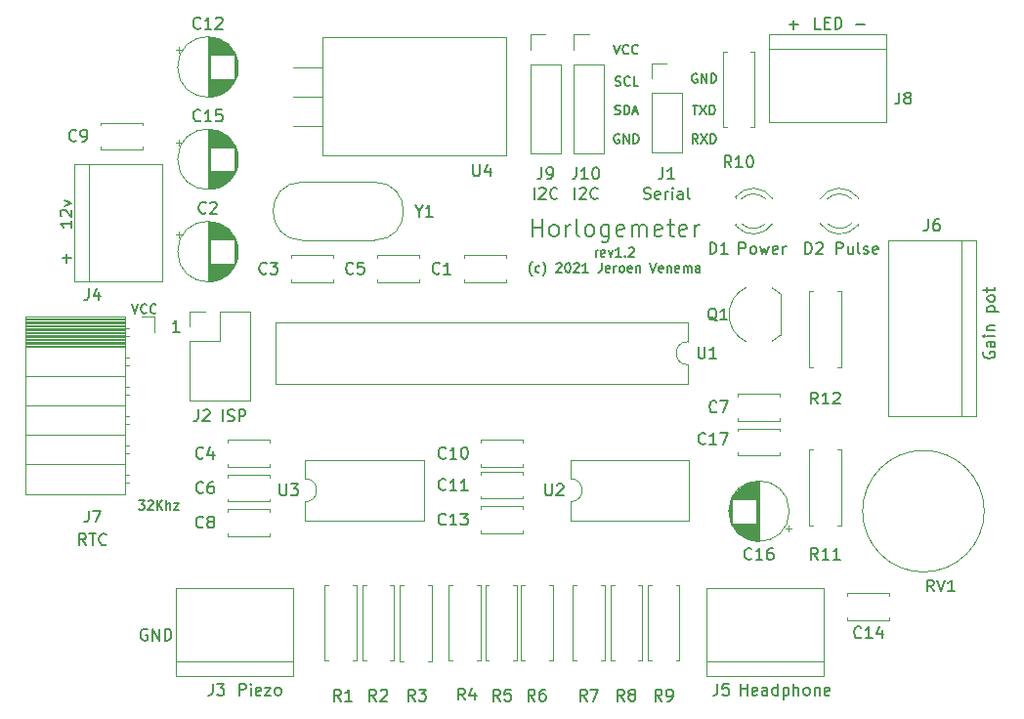
<source format=gbr>
%TF.GenerationSoftware,KiCad,Pcbnew,5.1.9-73d0e3b20d~88~ubuntu20.04.1*%
%TF.CreationDate,2021-01-16T13:56:57+01:00*%
%TF.ProjectId,Horlogemeter,486f726c-6f67-4656-9d65-7465722e6b69,rev?*%
%TF.SameCoordinates,Original*%
%TF.FileFunction,Legend,Top*%
%TF.FilePolarity,Positive*%
%FSLAX46Y46*%
G04 Gerber Fmt 4.6, Leading zero omitted, Abs format (unit mm)*
G04 Created by KiCad (PCBNEW 5.1.9-73d0e3b20d~88~ubuntu20.04.1) date 2021-01-16 13:56:57*
%MOMM*%
%LPD*%
G01*
G04 APERTURE LIST*
%ADD10C,0.150000*%
%ADD11C,0.120000*%
G04 APERTURE END LIST*
D10*
X92266666Y-117561904D02*
X92761904Y-117561904D01*
X92495238Y-117866666D01*
X92609523Y-117866666D01*
X92685714Y-117904761D01*
X92723809Y-117942857D01*
X92761904Y-118019047D01*
X92761904Y-118209523D01*
X92723809Y-118285714D01*
X92685714Y-118323809D01*
X92609523Y-118361904D01*
X92380952Y-118361904D01*
X92304761Y-118323809D01*
X92266666Y-118285714D01*
X93066666Y-117638095D02*
X93104761Y-117600000D01*
X93180952Y-117561904D01*
X93371428Y-117561904D01*
X93447619Y-117600000D01*
X93485714Y-117638095D01*
X93523809Y-117714285D01*
X93523809Y-117790476D01*
X93485714Y-117904761D01*
X93028571Y-118361904D01*
X93523809Y-118361904D01*
X93866666Y-118361904D02*
X93866666Y-117561904D01*
X94323809Y-118361904D02*
X93980952Y-117904761D01*
X94323809Y-117561904D02*
X93866666Y-118019047D01*
X94666666Y-118361904D02*
X94666666Y-117561904D01*
X95009523Y-118361904D02*
X95009523Y-117942857D01*
X94971428Y-117866666D01*
X94895238Y-117828571D01*
X94780952Y-117828571D01*
X94704761Y-117866666D01*
X94666666Y-117904761D01*
X95314285Y-117828571D02*
X95733333Y-117828571D01*
X95314285Y-118361904D01*
X95733333Y-118361904D01*
X91683333Y-100561904D02*
X91950000Y-101361904D01*
X92216666Y-100561904D01*
X92940476Y-101285714D02*
X92902380Y-101323809D01*
X92788095Y-101361904D01*
X92711904Y-101361904D01*
X92597619Y-101323809D01*
X92521428Y-101247619D01*
X92483333Y-101171428D01*
X92445238Y-101019047D01*
X92445238Y-100904761D01*
X92483333Y-100752380D01*
X92521428Y-100676190D01*
X92597619Y-100600000D01*
X92711904Y-100561904D01*
X92788095Y-100561904D01*
X92902380Y-100600000D01*
X92940476Y-100638095D01*
X93740476Y-101285714D02*
X93702380Y-101323809D01*
X93588095Y-101361904D01*
X93511904Y-101361904D01*
X93397619Y-101323809D01*
X93321428Y-101247619D01*
X93283333Y-101171428D01*
X93245238Y-101019047D01*
X93245238Y-100904761D01*
X93283333Y-100752380D01*
X93321428Y-100676190D01*
X93397619Y-100600000D01*
X93511904Y-100561904D01*
X93588095Y-100561904D01*
X93702380Y-100600000D01*
X93740476Y-100638095D01*
X92988095Y-128750000D02*
X92892857Y-128702380D01*
X92750000Y-128702380D01*
X92607142Y-128750000D01*
X92511904Y-128845238D01*
X92464285Y-128940476D01*
X92416666Y-129130952D01*
X92416666Y-129273809D01*
X92464285Y-129464285D01*
X92511904Y-129559523D01*
X92607142Y-129654761D01*
X92750000Y-129702380D01*
X92845238Y-129702380D01*
X92988095Y-129654761D01*
X93035714Y-129607142D01*
X93035714Y-129273809D01*
X92845238Y-129273809D01*
X93464285Y-129702380D02*
X93464285Y-128702380D01*
X94035714Y-129702380D01*
X94035714Y-128702380D01*
X94511904Y-129702380D02*
X94511904Y-128702380D01*
X94750000Y-128702380D01*
X94892857Y-128750000D01*
X94988095Y-128845238D01*
X95035714Y-128940476D01*
X95083333Y-129130952D01*
X95083333Y-129273809D01*
X95035714Y-129464285D01*
X94988095Y-129559523D01*
X94892857Y-129654761D01*
X94750000Y-129702380D01*
X94511904Y-129702380D01*
X126357142Y-94678571D02*
X126357142Y-93178571D01*
X126357142Y-93892857D02*
X127214285Y-93892857D01*
X127214285Y-94678571D02*
X127214285Y-93178571D01*
X128142857Y-94678571D02*
X128000000Y-94607142D01*
X127928571Y-94535714D01*
X127857142Y-94392857D01*
X127857142Y-93964285D01*
X127928571Y-93821428D01*
X128000000Y-93750000D01*
X128142857Y-93678571D01*
X128357142Y-93678571D01*
X128500000Y-93750000D01*
X128571428Y-93821428D01*
X128642857Y-93964285D01*
X128642857Y-94392857D01*
X128571428Y-94535714D01*
X128500000Y-94607142D01*
X128357142Y-94678571D01*
X128142857Y-94678571D01*
X129285714Y-94678571D02*
X129285714Y-93678571D01*
X129285714Y-93964285D02*
X129357142Y-93821428D01*
X129428571Y-93750000D01*
X129571428Y-93678571D01*
X129714285Y-93678571D01*
X130428571Y-94678571D02*
X130285714Y-94607142D01*
X130214285Y-94464285D01*
X130214285Y-93178571D01*
X131214285Y-94678571D02*
X131071428Y-94607142D01*
X131000000Y-94535714D01*
X130928571Y-94392857D01*
X130928571Y-93964285D01*
X131000000Y-93821428D01*
X131071428Y-93750000D01*
X131214285Y-93678571D01*
X131428571Y-93678571D01*
X131571428Y-93750000D01*
X131642857Y-93821428D01*
X131714285Y-93964285D01*
X131714285Y-94392857D01*
X131642857Y-94535714D01*
X131571428Y-94607142D01*
X131428571Y-94678571D01*
X131214285Y-94678571D01*
X133000000Y-93678571D02*
X133000000Y-94892857D01*
X132928571Y-95035714D01*
X132857142Y-95107142D01*
X132714285Y-95178571D01*
X132500000Y-95178571D01*
X132357142Y-95107142D01*
X133000000Y-94607142D02*
X132857142Y-94678571D01*
X132571428Y-94678571D01*
X132428571Y-94607142D01*
X132357142Y-94535714D01*
X132285714Y-94392857D01*
X132285714Y-93964285D01*
X132357142Y-93821428D01*
X132428571Y-93750000D01*
X132571428Y-93678571D01*
X132857142Y-93678571D01*
X133000000Y-93750000D01*
X134285714Y-94607142D02*
X134142857Y-94678571D01*
X133857142Y-94678571D01*
X133714285Y-94607142D01*
X133642857Y-94464285D01*
X133642857Y-93892857D01*
X133714285Y-93750000D01*
X133857142Y-93678571D01*
X134142857Y-93678571D01*
X134285714Y-93750000D01*
X134357142Y-93892857D01*
X134357142Y-94035714D01*
X133642857Y-94178571D01*
X135000000Y-94678571D02*
X135000000Y-93678571D01*
X135000000Y-93821428D02*
X135071428Y-93750000D01*
X135214285Y-93678571D01*
X135428571Y-93678571D01*
X135571428Y-93750000D01*
X135642857Y-93892857D01*
X135642857Y-94678571D01*
X135642857Y-93892857D02*
X135714285Y-93750000D01*
X135857142Y-93678571D01*
X136071428Y-93678571D01*
X136214285Y-93750000D01*
X136285714Y-93892857D01*
X136285714Y-94678571D01*
X137571428Y-94607142D02*
X137428571Y-94678571D01*
X137142857Y-94678571D01*
X137000000Y-94607142D01*
X136928571Y-94464285D01*
X136928571Y-93892857D01*
X137000000Y-93750000D01*
X137142857Y-93678571D01*
X137428571Y-93678571D01*
X137571428Y-93750000D01*
X137642857Y-93892857D01*
X137642857Y-94035714D01*
X136928571Y-94178571D01*
X138071428Y-93678571D02*
X138642857Y-93678571D01*
X138285714Y-93178571D02*
X138285714Y-94464285D01*
X138357142Y-94607142D01*
X138500000Y-94678571D01*
X138642857Y-94678571D01*
X139714285Y-94607142D02*
X139571428Y-94678571D01*
X139285714Y-94678571D01*
X139142857Y-94607142D01*
X139071428Y-94464285D01*
X139071428Y-93892857D01*
X139142857Y-93750000D01*
X139285714Y-93678571D01*
X139571428Y-93678571D01*
X139714285Y-93750000D01*
X139785714Y-93892857D01*
X139785714Y-94035714D01*
X139071428Y-94178571D01*
X140428571Y-94678571D02*
X140428571Y-93678571D01*
X140428571Y-93964285D02*
X140500000Y-93821428D01*
X140571428Y-93750000D01*
X140714285Y-93678571D01*
X140857142Y-93678571D01*
X131842857Y-96436904D02*
X131842857Y-95903571D01*
X131842857Y-96055952D02*
X131880952Y-95979761D01*
X131919047Y-95941666D01*
X131995238Y-95903571D01*
X132071428Y-95903571D01*
X132642857Y-96398809D02*
X132566666Y-96436904D01*
X132414285Y-96436904D01*
X132338095Y-96398809D01*
X132300000Y-96322619D01*
X132300000Y-96017857D01*
X132338095Y-95941666D01*
X132414285Y-95903571D01*
X132566666Y-95903571D01*
X132642857Y-95941666D01*
X132680952Y-96017857D01*
X132680952Y-96094047D01*
X132300000Y-96170238D01*
X132947619Y-95903571D02*
X133138095Y-96436904D01*
X133328571Y-95903571D01*
X134052380Y-96436904D02*
X133595238Y-96436904D01*
X133823809Y-96436904D02*
X133823809Y-95636904D01*
X133747619Y-95751190D01*
X133671428Y-95827380D01*
X133595238Y-95865476D01*
X134395238Y-96360714D02*
X134433333Y-96398809D01*
X134395238Y-96436904D01*
X134357142Y-96398809D01*
X134395238Y-96360714D01*
X134395238Y-96436904D01*
X134738095Y-95713095D02*
X134776190Y-95675000D01*
X134852380Y-95636904D01*
X135042857Y-95636904D01*
X135119047Y-95675000D01*
X135157142Y-95713095D01*
X135195238Y-95789285D01*
X135195238Y-95865476D01*
X135157142Y-95979761D01*
X134700000Y-96436904D01*
X135195238Y-96436904D01*
X126357142Y-98091666D02*
X126319047Y-98053571D01*
X126242857Y-97939285D01*
X126204761Y-97863095D01*
X126166666Y-97748809D01*
X126128571Y-97558333D01*
X126128571Y-97405952D01*
X126166666Y-97215476D01*
X126204761Y-97101190D01*
X126242857Y-97025000D01*
X126319047Y-96910714D01*
X126357142Y-96872619D01*
X127004761Y-97748809D02*
X126928571Y-97786904D01*
X126776190Y-97786904D01*
X126700000Y-97748809D01*
X126661904Y-97710714D01*
X126623809Y-97634523D01*
X126623809Y-97405952D01*
X126661904Y-97329761D01*
X126700000Y-97291666D01*
X126776190Y-97253571D01*
X126928571Y-97253571D01*
X127004761Y-97291666D01*
X127271428Y-98091666D02*
X127309523Y-98053571D01*
X127385714Y-97939285D01*
X127423809Y-97863095D01*
X127461904Y-97748809D01*
X127500000Y-97558333D01*
X127500000Y-97405952D01*
X127461904Y-97215476D01*
X127423809Y-97101190D01*
X127385714Y-97025000D01*
X127309523Y-96910714D01*
X127271428Y-96872619D01*
X128452380Y-97063095D02*
X128490476Y-97025000D01*
X128566666Y-96986904D01*
X128757142Y-96986904D01*
X128833333Y-97025000D01*
X128871428Y-97063095D01*
X128909523Y-97139285D01*
X128909523Y-97215476D01*
X128871428Y-97329761D01*
X128414285Y-97786904D01*
X128909523Y-97786904D01*
X129404761Y-96986904D02*
X129480952Y-96986904D01*
X129557142Y-97025000D01*
X129595238Y-97063095D01*
X129633333Y-97139285D01*
X129671428Y-97291666D01*
X129671428Y-97482142D01*
X129633333Y-97634523D01*
X129595238Y-97710714D01*
X129557142Y-97748809D01*
X129480952Y-97786904D01*
X129404761Y-97786904D01*
X129328571Y-97748809D01*
X129290476Y-97710714D01*
X129252380Y-97634523D01*
X129214285Y-97482142D01*
X129214285Y-97291666D01*
X129252380Y-97139285D01*
X129290476Y-97063095D01*
X129328571Y-97025000D01*
X129404761Y-96986904D01*
X129976190Y-97063095D02*
X130014285Y-97025000D01*
X130090476Y-96986904D01*
X130280952Y-96986904D01*
X130357142Y-97025000D01*
X130395238Y-97063095D01*
X130433333Y-97139285D01*
X130433333Y-97215476D01*
X130395238Y-97329761D01*
X129938095Y-97786904D01*
X130433333Y-97786904D01*
X131195238Y-97786904D02*
X130738095Y-97786904D01*
X130966666Y-97786904D02*
X130966666Y-96986904D01*
X130890476Y-97101190D01*
X130814285Y-97177380D01*
X130738095Y-97215476D01*
X132376190Y-96986904D02*
X132376190Y-97558333D01*
X132338095Y-97672619D01*
X132261904Y-97748809D01*
X132147619Y-97786904D01*
X132071428Y-97786904D01*
X133061904Y-97748809D02*
X132985714Y-97786904D01*
X132833333Y-97786904D01*
X132757142Y-97748809D01*
X132719047Y-97672619D01*
X132719047Y-97367857D01*
X132757142Y-97291666D01*
X132833333Y-97253571D01*
X132985714Y-97253571D01*
X133061904Y-97291666D01*
X133100000Y-97367857D01*
X133100000Y-97444047D01*
X132719047Y-97520238D01*
X133442857Y-97786904D02*
X133442857Y-97253571D01*
X133442857Y-97405952D02*
X133480952Y-97329761D01*
X133519047Y-97291666D01*
X133595238Y-97253571D01*
X133671428Y-97253571D01*
X134052380Y-97786904D02*
X133976190Y-97748809D01*
X133938095Y-97710714D01*
X133900000Y-97634523D01*
X133900000Y-97405952D01*
X133938095Y-97329761D01*
X133976190Y-97291666D01*
X134052380Y-97253571D01*
X134166666Y-97253571D01*
X134242857Y-97291666D01*
X134280952Y-97329761D01*
X134319047Y-97405952D01*
X134319047Y-97634523D01*
X134280952Y-97710714D01*
X134242857Y-97748809D01*
X134166666Y-97786904D01*
X134052380Y-97786904D01*
X134966666Y-97748809D02*
X134890476Y-97786904D01*
X134738095Y-97786904D01*
X134661904Y-97748809D01*
X134623809Y-97672619D01*
X134623809Y-97367857D01*
X134661904Y-97291666D01*
X134738095Y-97253571D01*
X134890476Y-97253571D01*
X134966666Y-97291666D01*
X135004761Y-97367857D01*
X135004761Y-97444047D01*
X134623809Y-97520238D01*
X135347619Y-97253571D02*
X135347619Y-97786904D01*
X135347619Y-97329761D02*
X135385714Y-97291666D01*
X135461904Y-97253571D01*
X135576190Y-97253571D01*
X135652380Y-97291666D01*
X135690476Y-97367857D01*
X135690476Y-97786904D01*
X136566666Y-96986904D02*
X136833333Y-97786904D01*
X137100000Y-96986904D01*
X137671428Y-97748809D02*
X137595238Y-97786904D01*
X137442857Y-97786904D01*
X137366666Y-97748809D01*
X137328571Y-97672619D01*
X137328571Y-97367857D01*
X137366666Y-97291666D01*
X137442857Y-97253571D01*
X137595238Y-97253571D01*
X137671428Y-97291666D01*
X137709523Y-97367857D01*
X137709523Y-97444047D01*
X137328571Y-97520238D01*
X138052380Y-97253571D02*
X138052380Y-97786904D01*
X138052380Y-97329761D02*
X138090476Y-97291666D01*
X138166666Y-97253571D01*
X138280952Y-97253571D01*
X138357142Y-97291666D01*
X138395238Y-97367857D01*
X138395238Y-97786904D01*
X139080952Y-97748809D02*
X139004761Y-97786904D01*
X138852380Y-97786904D01*
X138776190Y-97748809D01*
X138738095Y-97672619D01*
X138738095Y-97367857D01*
X138776190Y-97291666D01*
X138852380Y-97253571D01*
X139004761Y-97253571D01*
X139080952Y-97291666D01*
X139119047Y-97367857D01*
X139119047Y-97444047D01*
X138738095Y-97520238D01*
X139461904Y-97786904D02*
X139461904Y-97253571D01*
X139461904Y-97329761D02*
X139500000Y-97291666D01*
X139576190Y-97253571D01*
X139690476Y-97253571D01*
X139766666Y-97291666D01*
X139804761Y-97367857D01*
X139804761Y-97786904D01*
X139804761Y-97367857D02*
X139842857Y-97291666D01*
X139919047Y-97253571D01*
X140033333Y-97253571D01*
X140109523Y-97291666D01*
X140147619Y-97367857D01*
X140147619Y-97786904D01*
X140871428Y-97786904D02*
X140871428Y-97367857D01*
X140833333Y-97291666D01*
X140757142Y-97253571D01*
X140604761Y-97253571D01*
X140528571Y-97291666D01*
X140871428Y-97748809D02*
X140795238Y-97786904D01*
X140604761Y-97786904D01*
X140528571Y-97748809D01*
X140490476Y-97672619D01*
X140490476Y-97596428D01*
X140528571Y-97520238D01*
X140604761Y-97482142D01*
X140795238Y-97482142D01*
X140871428Y-97444047D01*
X152690476Y-96202380D02*
X152690476Y-95202380D01*
X153071428Y-95202380D01*
X153166666Y-95250000D01*
X153214285Y-95297619D01*
X153261904Y-95392857D01*
X153261904Y-95535714D01*
X153214285Y-95630952D01*
X153166666Y-95678571D01*
X153071428Y-95726190D01*
X152690476Y-95726190D01*
X154119047Y-95535714D02*
X154119047Y-96202380D01*
X153690476Y-95535714D02*
X153690476Y-96059523D01*
X153738095Y-96154761D01*
X153833333Y-96202380D01*
X153976190Y-96202380D01*
X154071428Y-96154761D01*
X154119047Y-96107142D01*
X154738095Y-96202380D02*
X154642857Y-96154761D01*
X154595238Y-96059523D01*
X154595238Y-95202380D01*
X155071428Y-96154761D02*
X155166666Y-96202380D01*
X155357142Y-96202380D01*
X155452380Y-96154761D01*
X155500000Y-96059523D01*
X155500000Y-96011904D01*
X155452380Y-95916666D01*
X155357142Y-95869047D01*
X155214285Y-95869047D01*
X155119047Y-95821428D01*
X155071428Y-95726190D01*
X155071428Y-95678571D01*
X155119047Y-95583333D01*
X155214285Y-95535714D01*
X155357142Y-95535714D01*
X155452380Y-95583333D01*
X156309523Y-96154761D02*
X156214285Y-96202380D01*
X156023809Y-96202380D01*
X155928571Y-96154761D01*
X155880952Y-96059523D01*
X155880952Y-95678571D01*
X155928571Y-95583333D01*
X156023809Y-95535714D01*
X156214285Y-95535714D01*
X156309523Y-95583333D01*
X156357142Y-95678571D01*
X156357142Y-95773809D01*
X155880952Y-95869047D01*
X144273809Y-96202380D02*
X144273809Y-95202380D01*
X144654761Y-95202380D01*
X144750000Y-95250000D01*
X144797619Y-95297619D01*
X144845238Y-95392857D01*
X144845238Y-95535714D01*
X144797619Y-95630952D01*
X144750000Y-95678571D01*
X144654761Y-95726190D01*
X144273809Y-95726190D01*
X145416666Y-96202380D02*
X145321428Y-96154761D01*
X145273809Y-96107142D01*
X145226190Y-96011904D01*
X145226190Y-95726190D01*
X145273809Y-95630952D01*
X145321428Y-95583333D01*
X145416666Y-95535714D01*
X145559523Y-95535714D01*
X145654761Y-95583333D01*
X145702380Y-95630952D01*
X145750000Y-95726190D01*
X145750000Y-96011904D01*
X145702380Y-96107142D01*
X145654761Y-96154761D01*
X145559523Y-96202380D01*
X145416666Y-96202380D01*
X146083333Y-95535714D02*
X146273809Y-96202380D01*
X146464285Y-95726190D01*
X146654761Y-96202380D01*
X146845238Y-95535714D01*
X147607142Y-96154761D02*
X147511904Y-96202380D01*
X147321428Y-96202380D01*
X147226190Y-96154761D01*
X147178571Y-96059523D01*
X147178571Y-95678571D01*
X147226190Y-95583333D01*
X147321428Y-95535714D01*
X147511904Y-95535714D01*
X147607142Y-95583333D01*
X147654761Y-95678571D01*
X147654761Y-95773809D01*
X147178571Y-95869047D01*
X148083333Y-96202380D02*
X148083333Y-95535714D01*
X148083333Y-95726190D02*
X148130952Y-95630952D01*
X148178571Y-95583333D01*
X148273809Y-95535714D01*
X148369047Y-95535714D01*
X95785714Y-102952380D02*
X95214285Y-102952380D01*
X95500000Y-102952380D02*
X95500000Y-101952380D01*
X95404761Y-102095238D01*
X95309523Y-102190476D01*
X95214285Y-102238095D01*
X99523809Y-110702380D02*
X99523809Y-109702380D01*
X99952380Y-110654761D02*
X100095238Y-110702380D01*
X100333333Y-110702380D01*
X100428571Y-110654761D01*
X100476190Y-110607142D01*
X100523809Y-110511904D01*
X100523809Y-110416666D01*
X100476190Y-110321428D01*
X100428571Y-110273809D01*
X100333333Y-110226190D01*
X100142857Y-110178571D01*
X100047619Y-110130952D01*
X100000000Y-110083333D01*
X99952380Y-109988095D01*
X99952380Y-109892857D01*
X100000000Y-109797619D01*
X100047619Y-109750000D01*
X100142857Y-109702380D01*
X100380952Y-109702380D01*
X100523809Y-109750000D01*
X100952380Y-110702380D02*
X100952380Y-109702380D01*
X101333333Y-109702380D01*
X101428571Y-109750000D01*
X101476190Y-109797619D01*
X101523809Y-109892857D01*
X101523809Y-110035714D01*
X101476190Y-110130952D01*
X101428571Y-110178571D01*
X101333333Y-110226190D01*
X100952380Y-110226190D01*
X136023809Y-91404761D02*
X136166666Y-91452380D01*
X136404761Y-91452380D01*
X136500000Y-91404761D01*
X136547619Y-91357142D01*
X136595238Y-91261904D01*
X136595238Y-91166666D01*
X136547619Y-91071428D01*
X136500000Y-91023809D01*
X136404761Y-90976190D01*
X136214285Y-90928571D01*
X136119047Y-90880952D01*
X136071428Y-90833333D01*
X136023809Y-90738095D01*
X136023809Y-90642857D01*
X136071428Y-90547619D01*
X136119047Y-90500000D01*
X136214285Y-90452380D01*
X136452380Y-90452380D01*
X136595238Y-90500000D01*
X137404761Y-91404761D02*
X137309523Y-91452380D01*
X137119047Y-91452380D01*
X137023809Y-91404761D01*
X136976190Y-91309523D01*
X136976190Y-90928571D01*
X137023809Y-90833333D01*
X137119047Y-90785714D01*
X137309523Y-90785714D01*
X137404761Y-90833333D01*
X137452380Y-90928571D01*
X137452380Y-91023809D01*
X136976190Y-91119047D01*
X137880952Y-91452380D02*
X137880952Y-90785714D01*
X137880952Y-90976190D02*
X137928571Y-90880952D01*
X137976190Y-90833333D01*
X138071428Y-90785714D01*
X138166666Y-90785714D01*
X138500000Y-91452380D02*
X138500000Y-90785714D01*
X138500000Y-90452380D02*
X138452380Y-90500000D01*
X138500000Y-90547619D01*
X138547619Y-90500000D01*
X138500000Y-90452380D01*
X138500000Y-90547619D01*
X139404761Y-91452380D02*
X139404761Y-90928571D01*
X139357142Y-90833333D01*
X139261904Y-90785714D01*
X139071428Y-90785714D01*
X138976190Y-90833333D01*
X139404761Y-91404761D02*
X139309523Y-91452380D01*
X139071428Y-91452380D01*
X138976190Y-91404761D01*
X138928571Y-91309523D01*
X138928571Y-91214285D01*
X138976190Y-91119047D01*
X139071428Y-91071428D01*
X139309523Y-91071428D01*
X139404761Y-91023809D01*
X140023809Y-91452380D02*
X139928571Y-91404761D01*
X139880952Y-91309523D01*
X139880952Y-90452380D01*
X130023809Y-91452380D02*
X130023809Y-90452380D01*
X130452380Y-90547619D02*
X130500000Y-90500000D01*
X130595238Y-90452380D01*
X130833333Y-90452380D01*
X130928571Y-90500000D01*
X130976190Y-90547619D01*
X131023809Y-90642857D01*
X131023809Y-90738095D01*
X130976190Y-90880952D01*
X130404761Y-91452380D01*
X131023809Y-91452380D01*
X132023809Y-91357142D02*
X131976190Y-91404761D01*
X131833333Y-91452380D01*
X131738095Y-91452380D01*
X131595238Y-91404761D01*
X131500000Y-91309523D01*
X131452380Y-91214285D01*
X131404761Y-91023809D01*
X131404761Y-90880952D01*
X131452380Y-90690476D01*
X131500000Y-90595238D01*
X131595238Y-90500000D01*
X131738095Y-90452380D01*
X131833333Y-90452380D01*
X131976190Y-90500000D01*
X132023809Y-90547619D01*
X126523809Y-91452380D02*
X126523809Y-90452380D01*
X126952380Y-90547619D02*
X127000000Y-90500000D01*
X127095238Y-90452380D01*
X127333333Y-90452380D01*
X127428571Y-90500000D01*
X127476190Y-90547619D01*
X127523809Y-90642857D01*
X127523809Y-90738095D01*
X127476190Y-90880952D01*
X126904761Y-91452380D01*
X127523809Y-91452380D01*
X128523809Y-91357142D02*
X128476190Y-91404761D01*
X128333333Y-91452380D01*
X128238095Y-91452380D01*
X128095238Y-91404761D01*
X128000000Y-91309523D01*
X127952380Y-91214285D01*
X127904761Y-91023809D01*
X127904761Y-90880952D01*
X127952380Y-90690476D01*
X128000000Y-90595238D01*
X128095238Y-90500000D01*
X128238095Y-90452380D01*
X128333333Y-90452380D01*
X128476190Y-90500000D01*
X128523809Y-90547619D01*
X140640476Y-80600000D02*
X140564285Y-80561904D01*
X140450000Y-80561904D01*
X140335714Y-80600000D01*
X140259523Y-80676190D01*
X140221428Y-80752380D01*
X140183333Y-80904761D01*
X140183333Y-81019047D01*
X140221428Y-81171428D01*
X140259523Y-81247619D01*
X140335714Y-81323809D01*
X140450000Y-81361904D01*
X140526190Y-81361904D01*
X140640476Y-81323809D01*
X140678571Y-81285714D01*
X140678571Y-81019047D01*
X140526190Y-81019047D01*
X141021428Y-81361904D02*
X141021428Y-80561904D01*
X141478571Y-81361904D01*
X141478571Y-80561904D01*
X141859523Y-81361904D02*
X141859523Y-80561904D01*
X142050000Y-80561904D01*
X142164285Y-80600000D01*
X142240476Y-80676190D01*
X142278571Y-80752380D01*
X142316666Y-80904761D01*
X142316666Y-81019047D01*
X142278571Y-81171428D01*
X142240476Y-81247619D01*
X142164285Y-81323809D01*
X142050000Y-81361904D01*
X141859523Y-81361904D01*
X140716666Y-86611904D02*
X140450000Y-86230952D01*
X140259523Y-86611904D02*
X140259523Y-85811904D01*
X140564285Y-85811904D01*
X140640476Y-85850000D01*
X140678571Y-85888095D01*
X140716666Y-85964285D01*
X140716666Y-86078571D01*
X140678571Y-86154761D01*
X140640476Y-86192857D01*
X140564285Y-86230952D01*
X140259523Y-86230952D01*
X140983333Y-85811904D02*
X141516666Y-86611904D01*
X141516666Y-85811904D02*
X140983333Y-86611904D01*
X141821428Y-86611904D02*
X141821428Y-85811904D01*
X142011904Y-85811904D01*
X142126190Y-85850000D01*
X142202380Y-85926190D01*
X142240476Y-86002380D01*
X142278571Y-86154761D01*
X142278571Y-86269047D01*
X142240476Y-86421428D01*
X142202380Y-86497619D01*
X142126190Y-86573809D01*
X142011904Y-86611904D01*
X141821428Y-86611904D01*
X140240476Y-83311904D02*
X140697619Y-83311904D01*
X140469047Y-84111904D02*
X140469047Y-83311904D01*
X140888095Y-83311904D02*
X141421428Y-84111904D01*
X141421428Y-83311904D02*
X140888095Y-84111904D01*
X141726190Y-84111904D02*
X141726190Y-83311904D01*
X141916666Y-83311904D01*
X142030952Y-83350000D01*
X142107142Y-83426190D01*
X142145238Y-83502380D01*
X142183333Y-83654761D01*
X142183333Y-83769047D01*
X142145238Y-83921428D01*
X142107142Y-83997619D01*
X142030952Y-84073809D01*
X141916666Y-84111904D01*
X141726190Y-84111904D01*
X133890476Y-85850000D02*
X133814285Y-85811904D01*
X133700000Y-85811904D01*
X133585714Y-85850000D01*
X133509523Y-85926190D01*
X133471428Y-86002380D01*
X133433333Y-86154761D01*
X133433333Y-86269047D01*
X133471428Y-86421428D01*
X133509523Y-86497619D01*
X133585714Y-86573809D01*
X133700000Y-86611904D01*
X133776190Y-86611904D01*
X133890476Y-86573809D01*
X133928571Y-86535714D01*
X133928571Y-86269047D01*
X133776190Y-86269047D01*
X134271428Y-86611904D02*
X134271428Y-85811904D01*
X134728571Y-86611904D01*
X134728571Y-85811904D01*
X135109523Y-86611904D02*
X135109523Y-85811904D01*
X135300000Y-85811904D01*
X135414285Y-85850000D01*
X135490476Y-85926190D01*
X135528571Y-86002380D01*
X135566666Y-86154761D01*
X135566666Y-86269047D01*
X135528571Y-86421428D01*
X135490476Y-86497619D01*
X135414285Y-86573809D01*
X135300000Y-86611904D01*
X135109523Y-86611904D01*
X133528571Y-84073809D02*
X133642857Y-84111904D01*
X133833333Y-84111904D01*
X133909523Y-84073809D01*
X133947619Y-84035714D01*
X133985714Y-83959523D01*
X133985714Y-83883333D01*
X133947619Y-83807142D01*
X133909523Y-83769047D01*
X133833333Y-83730952D01*
X133680952Y-83692857D01*
X133604761Y-83654761D01*
X133566666Y-83616666D01*
X133528571Y-83540476D01*
X133528571Y-83464285D01*
X133566666Y-83388095D01*
X133604761Y-83350000D01*
X133680952Y-83311904D01*
X133871428Y-83311904D01*
X133985714Y-83350000D01*
X134328571Y-84111904D02*
X134328571Y-83311904D01*
X134519047Y-83311904D01*
X134633333Y-83350000D01*
X134709523Y-83426190D01*
X134747619Y-83502380D01*
X134785714Y-83654761D01*
X134785714Y-83769047D01*
X134747619Y-83921428D01*
X134709523Y-83997619D01*
X134633333Y-84073809D01*
X134519047Y-84111904D01*
X134328571Y-84111904D01*
X135090476Y-83883333D02*
X135471428Y-83883333D01*
X135014285Y-84111904D02*
X135280952Y-83311904D01*
X135547619Y-84111904D01*
X133547619Y-81573809D02*
X133661904Y-81611904D01*
X133852380Y-81611904D01*
X133928571Y-81573809D01*
X133966666Y-81535714D01*
X134004761Y-81459523D01*
X134004761Y-81383333D01*
X133966666Y-81307142D01*
X133928571Y-81269047D01*
X133852380Y-81230952D01*
X133700000Y-81192857D01*
X133623809Y-81154761D01*
X133585714Y-81116666D01*
X133547619Y-81040476D01*
X133547619Y-80964285D01*
X133585714Y-80888095D01*
X133623809Y-80850000D01*
X133700000Y-80811904D01*
X133890476Y-80811904D01*
X134004761Y-80850000D01*
X134804761Y-81535714D02*
X134766666Y-81573809D01*
X134652380Y-81611904D01*
X134576190Y-81611904D01*
X134461904Y-81573809D01*
X134385714Y-81497619D01*
X134347619Y-81421428D01*
X134309523Y-81269047D01*
X134309523Y-81154761D01*
X134347619Y-81002380D01*
X134385714Y-80926190D01*
X134461904Y-80850000D01*
X134576190Y-80811904D01*
X134652380Y-80811904D01*
X134766666Y-80850000D01*
X134804761Y-80888095D01*
X135528571Y-81611904D02*
X135147619Y-81611904D01*
X135147619Y-80811904D01*
X133433333Y-78061904D02*
X133700000Y-78861904D01*
X133966666Y-78061904D01*
X134690476Y-78785714D02*
X134652380Y-78823809D01*
X134538095Y-78861904D01*
X134461904Y-78861904D01*
X134347619Y-78823809D01*
X134271428Y-78747619D01*
X134233333Y-78671428D01*
X134195238Y-78519047D01*
X134195238Y-78404761D01*
X134233333Y-78252380D01*
X134271428Y-78176190D01*
X134347619Y-78100000D01*
X134461904Y-78061904D01*
X134538095Y-78061904D01*
X134652380Y-78100000D01*
X134690476Y-78138095D01*
X135490476Y-78785714D02*
X135452380Y-78823809D01*
X135338095Y-78861904D01*
X135261904Y-78861904D01*
X135147619Y-78823809D01*
X135071428Y-78747619D01*
X135033333Y-78671428D01*
X134995238Y-78519047D01*
X134995238Y-78404761D01*
X135033333Y-78252380D01*
X135071428Y-78176190D01*
X135147619Y-78100000D01*
X135261904Y-78061904D01*
X135338095Y-78061904D01*
X135452380Y-78100000D01*
X135490476Y-78138095D01*
X144392857Y-134452380D02*
X144392857Y-133452380D01*
X144392857Y-133928571D02*
X144964285Y-133928571D01*
X144964285Y-134452380D02*
X144964285Y-133452380D01*
X145821428Y-134404761D02*
X145726190Y-134452380D01*
X145535714Y-134452380D01*
X145440476Y-134404761D01*
X145392857Y-134309523D01*
X145392857Y-133928571D01*
X145440476Y-133833333D01*
X145535714Y-133785714D01*
X145726190Y-133785714D01*
X145821428Y-133833333D01*
X145869047Y-133928571D01*
X145869047Y-134023809D01*
X145392857Y-134119047D01*
X146726190Y-134452380D02*
X146726190Y-133928571D01*
X146678571Y-133833333D01*
X146583333Y-133785714D01*
X146392857Y-133785714D01*
X146297619Y-133833333D01*
X146726190Y-134404761D02*
X146630952Y-134452380D01*
X146392857Y-134452380D01*
X146297619Y-134404761D01*
X146250000Y-134309523D01*
X146250000Y-134214285D01*
X146297619Y-134119047D01*
X146392857Y-134071428D01*
X146630952Y-134071428D01*
X146726190Y-134023809D01*
X147630952Y-134452380D02*
X147630952Y-133452380D01*
X147630952Y-134404761D02*
X147535714Y-134452380D01*
X147345238Y-134452380D01*
X147250000Y-134404761D01*
X147202380Y-134357142D01*
X147154761Y-134261904D01*
X147154761Y-133976190D01*
X147202380Y-133880952D01*
X147250000Y-133833333D01*
X147345238Y-133785714D01*
X147535714Y-133785714D01*
X147630952Y-133833333D01*
X148107142Y-133785714D02*
X148107142Y-134785714D01*
X148107142Y-133833333D02*
X148202380Y-133785714D01*
X148392857Y-133785714D01*
X148488095Y-133833333D01*
X148535714Y-133880952D01*
X148583333Y-133976190D01*
X148583333Y-134261904D01*
X148535714Y-134357142D01*
X148488095Y-134404761D01*
X148392857Y-134452380D01*
X148202380Y-134452380D01*
X148107142Y-134404761D01*
X149011904Y-134452380D02*
X149011904Y-133452380D01*
X149440476Y-134452380D02*
X149440476Y-133928571D01*
X149392857Y-133833333D01*
X149297619Y-133785714D01*
X149154761Y-133785714D01*
X149059523Y-133833333D01*
X149011904Y-133880952D01*
X150059523Y-134452380D02*
X149964285Y-134404761D01*
X149916666Y-134357142D01*
X149869047Y-134261904D01*
X149869047Y-133976190D01*
X149916666Y-133880952D01*
X149964285Y-133833333D01*
X150059523Y-133785714D01*
X150202380Y-133785714D01*
X150297619Y-133833333D01*
X150345238Y-133880952D01*
X150392857Y-133976190D01*
X150392857Y-134261904D01*
X150345238Y-134357142D01*
X150297619Y-134404761D01*
X150202380Y-134452380D01*
X150059523Y-134452380D01*
X150821428Y-133785714D02*
X150821428Y-134452380D01*
X150821428Y-133880952D02*
X150869047Y-133833333D01*
X150964285Y-133785714D01*
X151107142Y-133785714D01*
X151202380Y-133833333D01*
X151250000Y-133928571D01*
X151250000Y-134452380D01*
X152107142Y-134404761D02*
X152011904Y-134452380D01*
X151821428Y-134452380D01*
X151726190Y-134404761D01*
X151678571Y-134309523D01*
X151678571Y-133928571D01*
X151726190Y-133833333D01*
X151821428Y-133785714D01*
X152011904Y-133785714D01*
X152107142Y-133833333D01*
X152154761Y-133928571D01*
X152154761Y-134023809D01*
X151678571Y-134119047D01*
X85619047Y-96571428D02*
X86380952Y-96571428D01*
X86000000Y-96952380D02*
X86000000Y-96190476D01*
X86452380Y-93321428D02*
X86452380Y-93892857D01*
X86452380Y-93607142D02*
X85452380Y-93607142D01*
X85595238Y-93702380D01*
X85690476Y-93797619D01*
X85738095Y-93892857D01*
X85547619Y-92940476D02*
X85500000Y-92892857D01*
X85452380Y-92797619D01*
X85452380Y-92559523D01*
X85500000Y-92464285D01*
X85547619Y-92416666D01*
X85642857Y-92369047D01*
X85738095Y-92369047D01*
X85880952Y-92416666D01*
X86452380Y-92988095D01*
X86452380Y-92369047D01*
X85785714Y-92035714D02*
X86452380Y-91797619D01*
X85785714Y-91559523D01*
X87678571Y-121452380D02*
X87345238Y-120976190D01*
X87107142Y-121452380D02*
X87107142Y-120452380D01*
X87488095Y-120452380D01*
X87583333Y-120500000D01*
X87630952Y-120547619D01*
X87678571Y-120642857D01*
X87678571Y-120785714D01*
X87630952Y-120880952D01*
X87583333Y-120928571D01*
X87488095Y-120976190D01*
X87107142Y-120976190D01*
X87964285Y-120452380D02*
X88535714Y-120452380D01*
X88250000Y-121452380D02*
X88250000Y-120452380D01*
X89440476Y-121357142D02*
X89392857Y-121404761D01*
X89250000Y-121452380D01*
X89154761Y-121452380D01*
X89011904Y-121404761D01*
X88916666Y-121309523D01*
X88869047Y-121214285D01*
X88821428Y-121023809D01*
X88821428Y-120880952D01*
X88869047Y-120690476D01*
X88916666Y-120595238D01*
X89011904Y-120500000D01*
X89154761Y-120452380D01*
X89250000Y-120452380D01*
X89392857Y-120500000D01*
X89440476Y-120547619D01*
X100964285Y-134452380D02*
X100964285Y-133452380D01*
X101345238Y-133452380D01*
X101440476Y-133500000D01*
X101488095Y-133547619D01*
X101535714Y-133642857D01*
X101535714Y-133785714D01*
X101488095Y-133880952D01*
X101440476Y-133928571D01*
X101345238Y-133976190D01*
X100964285Y-133976190D01*
X101964285Y-134452380D02*
X101964285Y-133785714D01*
X101964285Y-133452380D02*
X101916666Y-133500000D01*
X101964285Y-133547619D01*
X102011904Y-133500000D01*
X101964285Y-133452380D01*
X101964285Y-133547619D01*
X102821428Y-134404761D02*
X102726190Y-134452380D01*
X102535714Y-134452380D01*
X102440476Y-134404761D01*
X102392857Y-134309523D01*
X102392857Y-133928571D01*
X102440476Y-133833333D01*
X102535714Y-133785714D01*
X102726190Y-133785714D01*
X102821428Y-133833333D01*
X102869047Y-133928571D01*
X102869047Y-134023809D01*
X102392857Y-134119047D01*
X103202380Y-133785714D02*
X103726190Y-133785714D01*
X103202380Y-134452380D01*
X103726190Y-134452380D01*
X104250000Y-134452380D02*
X104154761Y-134404761D01*
X104107142Y-134357142D01*
X104059523Y-134261904D01*
X104059523Y-133976190D01*
X104107142Y-133880952D01*
X104154761Y-133833333D01*
X104250000Y-133785714D01*
X104392857Y-133785714D01*
X104488095Y-133833333D01*
X104535714Y-133880952D01*
X104583333Y-133976190D01*
X104583333Y-134261904D01*
X104535714Y-134357142D01*
X104488095Y-134404761D01*
X104392857Y-134452380D01*
X104250000Y-134452380D01*
X165500000Y-104702380D02*
X165452380Y-104797619D01*
X165452380Y-104940476D01*
X165500000Y-105083333D01*
X165595238Y-105178571D01*
X165690476Y-105226190D01*
X165880952Y-105273809D01*
X166023809Y-105273809D01*
X166214285Y-105226190D01*
X166309523Y-105178571D01*
X166404761Y-105083333D01*
X166452380Y-104940476D01*
X166452380Y-104845238D01*
X166404761Y-104702380D01*
X166357142Y-104654761D01*
X166023809Y-104654761D01*
X166023809Y-104845238D01*
X166452380Y-103797619D02*
X165928571Y-103797619D01*
X165833333Y-103845238D01*
X165785714Y-103940476D01*
X165785714Y-104130952D01*
X165833333Y-104226190D01*
X166404761Y-103797619D02*
X166452380Y-103892857D01*
X166452380Y-104130952D01*
X166404761Y-104226190D01*
X166309523Y-104273809D01*
X166214285Y-104273809D01*
X166119047Y-104226190D01*
X166071428Y-104130952D01*
X166071428Y-103892857D01*
X166023809Y-103797619D01*
X166452380Y-103321428D02*
X165785714Y-103321428D01*
X165452380Y-103321428D02*
X165500000Y-103369047D01*
X165547619Y-103321428D01*
X165500000Y-103273809D01*
X165452380Y-103321428D01*
X165547619Y-103321428D01*
X165785714Y-102845238D02*
X166452380Y-102845238D01*
X165880952Y-102845238D02*
X165833333Y-102797619D01*
X165785714Y-102702380D01*
X165785714Y-102559523D01*
X165833333Y-102464285D01*
X165928571Y-102416666D01*
X166452380Y-102416666D01*
X165785714Y-101178571D02*
X166785714Y-101178571D01*
X165833333Y-101178571D02*
X165785714Y-101083333D01*
X165785714Y-100892857D01*
X165833333Y-100797619D01*
X165880952Y-100750000D01*
X165976190Y-100702380D01*
X166261904Y-100702380D01*
X166357142Y-100750000D01*
X166404761Y-100797619D01*
X166452380Y-100892857D01*
X166452380Y-101083333D01*
X166404761Y-101178571D01*
X166452380Y-100130952D02*
X166404761Y-100226190D01*
X166357142Y-100273809D01*
X166261904Y-100321428D01*
X165976190Y-100321428D01*
X165880952Y-100273809D01*
X165833333Y-100226190D01*
X165785714Y-100130952D01*
X165785714Y-99988095D01*
X165833333Y-99892857D01*
X165880952Y-99845238D01*
X165976190Y-99797619D01*
X166261904Y-99797619D01*
X166357142Y-99845238D01*
X166404761Y-99892857D01*
X166452380Y-99988095D01*
X166452380Y-100130952D01*
X165785714Y-99511904D02*
X165785714Y-99130952D01*
X165452380Y-99369047D02*
X166309523Y-99369047D01*
X166404761Y-99321428D01*
X166452380Y-99226190D01*
X166452380Y-99130952D01*
X154369047Y-76321428D02*
X155130952Y-76321428D01*
X148619047Y-76321428D02*
X149380952Y-76321428D01*
X149000000Y-76702380D02*
X149000000Y-75940476D01*
X151357142Y-76702380D02*
X150880952Y-76702380D01*
X150880952Y-75702380D01*
X151690476Y-76178571D02*
X152023809Y-76178571D01*
X152166666Y-76702380D02*
X151690476Y-76702380D01*
X151690476Y-75702380D01*
X152166666Y-75702380D01*
X152595238Y-76702380D02*
X152595238Y-75702380D01*
X152833333Y-75702380D01*
X152976190Y-75750000D01*
X153071428Y-75845238D01*
X153119047Y-75940476D01*
X153166666Y-76130952D01*
X153166666Y-76273809D01*
X153119047Y-76464285D01*
X153071428Y-76559523D01*
X152976190Y-76654761D01*
X152833333Y-76702380D01*
X152595238Y-76702380D01*
D11*
%TO.C,U4*%
X108190000Y-77420000D02*
X108190000Y-87660000D01*
X124080000Y-77420000D02*
X124080000Y-87660000D01*
X124080000Y-77420000D02*
X108190000Y-77420000D01*
X124080000Y-87660000D02*
X108190000Y-87660000D01*
X108190000Y-80000000D02*
X105650000Y-80000000D01*
X108190000Y-82540000D02*
X105650000Y-82540000D01*
X108190000Y-85080000D02*
X105650000Y-85080000D01*
%TO.C,Y1*%
X106425000Y-95025000D02*
X112675000Y-95025000D01*
X106425000Y-89975000D02*
X112675000Y-89975000D01*
X112675000Y-95025000D02*
G75*
G03*
X112675000Y-89975000I0J2525000D01*
G01*
X106425000Y-95025000D02*
G75*
G02*
X106425000Y-89975000I0J2525000D01*
G01*
%TO.C,U3*%
X106670000Y-114040000D02*
X106670000Y-115690000D01*
X116950000Y-114040000D02*
X106670000Y-114040000D01*
X116950000Y-119340000D02*
X116950000Y-114040000D01*
X106670000Y-119340000D02*
X116950000Y-119340000D01*
X106670000Y-117690000D02*
X106670000Y-119340000D01*
X106670000Y-115690000D02*
G75*
G02*
X106670000Y-117690000I0J-1000000D01*
G01*
%TO.C,U2*%
X129670000Y-114040000D02*
X129670000Y-115690000D01*
X139950000Y-114040000D02*
X129670000Y-114040000D01*
X139950000Y-119340000D02*
X139950000Y-114040000D01*
X129670000Y-119340000D02*
X139950000Y-119340000D01*
X129670000Y-117690000D02*
X129670000Y-119340000D01*
X129670000Y-115690000D02*
G75*
G02*
X129670000Y-117690000I0J-1000000D01*
G01*
%TO.C,U1*%
X139830000Y-107460000D02*
X139830000Y-105810000D01*
X104150000Y-107460000D02*
X139830000Y-107460000D01*
X104150000Y-102160000D02*
X104150000Y-107460000D01*
X139830000Y-102160000D02*
X104150000Y-102160000D01*
X139830000Y-103810000D02*
X139830000Y-102160000D01*
X139830000Y-105810000D02*
G75*
G02*
X139830000Y-103810000I0J1000000D01*
G01*
%TO.C,RV1*%
X165521000Y-118500000D02*
G75*
G03*
X165521000Y-118500000I-5270000J0D01*
G01*
%TO.C,R12*%
X153120000Y-99470000D02*
X152790000Y-99470000D01*
X153120000Y-106010000D02*
X153120000Y-99470000D01*
X152790000Y-106010000D02*
X153120000Y-106010000D01*
X150380000Y-99470000D02*
X150710000Y-99470000D01*
X150380000Y-106010000D02*
X150380000Y-99470000D01*
X150710000Y-106010000D02*
X150380000Y-106010000D01*
%TO.C,R11*%
X153120000Y-113170000D02*
X152790000Y-113170000D01*
X153120000Y-119710000D02*
X153120000Y-113170000D01*
X152790000Y-119710000D02*
X153120000Y-119710000D01*
X150380000Y-113170000D02*
X150710000Y-113170000D01*
X150380000Y-119710000D02*
X150380000Y-113170000D01*
X150710000Y-119710000D02*
X150380000Y-119710000D01*
%TO.C,R10*%
X145620000Y-78670000D02*
X145290000Y-78670000D01*
X145620000Y-85210000D02*
X145620000Y-78670000D01*
X145290000Y-85210000D02*
X145620000Y-85210000D01*
X142880000Y-78670000D02*
X143210000Y-78670000D01*
X142880000Y-85210000D02*
X142880000Y-78670000D01*
X143210000Y-85210000D02*
X142880000Y-85210000D01*
%TO.C,R9*%
X139120000Y-124920000D02*
X138790000Y-124920000D01*
X139120000Y-131460000D02*
X139120000Y-124920000D01*
X138790000Y-131460000D02*
X139120000Y-131460000D01*
X136380000Y-124920000D02*
X136710000Y-124920000D01*
X136380000Y-131460000D02*
X136380000Y-124920000D01*
X136710000Y-131460000D02*
X136380000Y-131460000D01*
%TO.C,R8*%
X135870000Y-124920000D02*
X135540000Y-124920000D01*
X135870000Y-131460000D02*
X135870000Y-124920000D01*
X135540000Y-131460000D02*
X135870000Y-131460000D01*
X133130000Y-124920000D02*
X133460000Y-124920000D01*
X133130000Y-131460000D02*
X133130000Y-124920000D01*
X133460000Y-131460000D02*
X133130000Y-131460000D01*
%TO.C,R7*%
X132620000Y-124920000D02*
X132290000Y-124920000D01*
X132620000Y-131460000D02*
X132620000Y-124920000D01*
X132290000Y-131460000D02*
X132620000Y-131460000D01*
X129880000Y-124920000D02*
X130210000Y-124920000D01*
X129880000Y-131460000D02*
X129880000Y-124920000D01*
X130210000Y-131460000D02*
X129880000Y-131460000D01*
%TO.C,R6*%
X128120000Y-124920000D02*
X127790000Y-124920000D01*
X128120000Y-131460000D02*
X128120000Y-124920000D01*
X127790000Y-131460000D02*
X128120000Y-131460000D01*
X125380000Y-124920000D02*
X125710000Y-124920000D01*
X125380000Y-131460000D02*
X125380000Y-124920000D01*
X125710000Y-131460000D02*
X125380000Y-131460000D01*
%TO.C,R5*%
X125020000Y-124920000D02*
X124690000Y-124920000D01*
X125020000Y-131460000D02*
X125020000Y-124920000D01*
X124690000Y-131460000D02*
X125020000Y-131460000D01*
X122280000Y-124920000D02*
X122610000Y-124920000D01*
X122280000Y-131460000D02*
X122280000Y-124920000D01*
X122610000Y-131460000D02*
X122280000Y-131460000D01*
%TO.C,R4*%
X121870000Y-124920000D02*
X121540000Y-124920000D01*
X121870000Y-131460000D02*
X121870000Y-124920000D01*
X121540000Y-131460000D02*
X121870000Y-131460000D01*
X119130000Y-124920000D02*
X119460000Y-124920000D01*
X119130000Y-131460000D02*
X119130000Y-124920000D01*
X119460000Y-131460000D02*
X119130000Y-131460000D01*
%TO.C,R3*%
X114880000Y-131480000D02*
X115210000Y-131480000D01*
X114880000Y-124940000D02*
X114880000Y-131480000D01*
X115210000Y-124940000D02*
X114880000Y-124940000D01*
X117620000Y-131480000D02*
X117290000Y-131480000D01*
X117620000Y-124940000D02*
X117620000Y-131480000D01*
X117290000Y-124940000D02*
X117620000Y-124940000D01*
%TO.C,R2*%
X114370000Y-124920000D02*
X114040000Y-124920000D01*
X114370000Y-131460000D02*
X114370000Y-124920000D01*
X114040000Y-131460000D02*
X114370000Y-131460000D01*
X111630000Y-124920000D02*
X111960000Y-124920000D01*
X111630000Y-131460000D02*
X111630000Y-124920000D01*
X111960000Y-131460000D02*
X111630000Y-131460000D01*
%TO.C,R1*%
X111120000Y-124920000D02*
X110790000Y-124920000D01*
X111120000Y-131460000D02*
X111120000Y-124920000D01*
X110790000Y-131460000D02*
X111120000Y-131460000D01*
X108380000Y-124920000D02*
X108710000Y-124920000D01*
X108380000Y-131460000D02*
X108380000Y-124920000D01*
X108710000Y-131460000D02*
X108380000Y-131460000D01*
%TO.C,Q1*%
X147850000Y-103260000D02*
X147850000Y-99660000D01*
X147122795Y-99135816D02*
G75*
G02*
X147850000Y-99660000I-1122795J-2324184D01*
G01*
X144901193Y-99103600D02*
G75*
G03*
X143400000Y-101460000I1098807J-2356400D01*
G01*
X144901193Y-103816400D02*
G75*
G02*
X143400000Y-101460000I1098807J2356400D01*
G01*
X147122795Y-103784184D02*
G75*
G03*
X147850000Y-103260000I-1122795J2324184D01*
G01*
%TO.C,J10*%
X129920000Y-77170000D02*
X131250000Y-77170000D01*
X129920000Y-78500000D02*
X129920000Y-77170000D01*
X129920000Y-79770000D02*
X132580000Y-79770000D01*
X132580000Y-79770000D02*
X132580000Y-87450000D01*
X129920000Y-79770000D02*
X129920000Y-87450000D01*
X129920000Y-87450000D02*
X132580000Y-87450000D01*
%TO.C,J9*%
X126170000Y-77170000D02*
X127500000Y-77170000D01*
X126170000Y-78500000D02*
X126170000Y-77170000D01*
X126170000Y-79770000D02*
X128830000Y-79770000D01*
X128830000Y-79770000D02*
X128830000Y-87450000D01*
X126170000Y-79770000D02*
X126170000Y-87450000D01*
X126170000Y-87450000D02*
X128830000Y-87450000D01*
%TO.C,J8*%
X157040000Y-77190000D02*
X146880000Y-77190000D01*
X157040000Y-84810000D02*
X157040000Y-77190000D01*
X146880000Y-84810000D02*
X157040000Y-84810000D01*
X146880000Y-77190000D02*
X146880000Y-84810000D01*
X146880000Y-78460000D02*
X157040000Y-78460000D01*
%TO.C,J7*%
X92500000Y-101670000D02*
X93610000Y-101670000D01*
X93610000Y-101670000D02*
X93610000Y-103000000D01*
X82410000Y-101670000D02*
X82410000Y-117030000D01*
X82410000Y-117030000D02*
X91040000Y-117030000D01*
X91040000Y-101670000D02*
X91040000Y-117030000D01*
X82410000Y-101670000D02*
X91040000Y-101670000D01*
X82410000Y-114430000D02*
X91040000Y-114430000D01*
X82410000Y-111890000D02*
X91040000Y-111890000D01*
X82410000Y-109350000D02*
X91040000Y-109350000D01*
X82410000Y-106810000D02*
X91040000Y-106810000D01*
X82410000Y-104270000D02*
X91040000Y-104270000D01*
X91040000Y-116060000D02*
X91450000Y-116060000D01*
X91040000Y-115340000D02*
X91450000Y-115340000D01*
X91040000Y-113520000D02*
X91450000Y-113520000D01*
X91040000Y-112800000D02*
X91450000Y-112800000D01*
X91040000Y-110980000D02*
X91450000Y-110980000D01*
X91040000Y-110260000D02*
X91450000Y-110260000D01*
X91040000Y-108440000D02*
X91450000Y-108440000D01*
X91040000Y-107720000D02*
X91450000Y-107720000D01*
X91040000Y-105900000D02*
X91450000Y-105900000D01*
X91040000Y-105180000D02*
X91450000Y-105180000D01*
X91040000Y-103360000D02*
X91390000Y-103360000D01*
X91040000Y-102640000D02*
X91390000Y-102640000D01*
X82410000Y-104151900D02*
X91040000Y-104151900D01*
X82410000Y-104033805D02*
X91040000Y-104033805D01*
X82410000Y-103915710D02*
X91040000Y-103915710D01*
X82410000Y-103797615D02*
X91040000Y-103797615D01*
X82410000Y-103679520D02*
X91040000Y-103679520D01*
X82410000Y-103561425D02*
X91040000Y-103561425D01*
X82410000Y-103443330D02*
X91040000Y-103443330D01*
X82410000Y-103325235D02*
X91040000Y-103325235D01*
X82410000Y-103207140D02*
X91040000Y-103207140D01*
X82410000Y-103089045D02*
X91040000Y-103089045D01*
X82410000Y-102970950D02*
X91040000Y-102970950D01*
X82410000Y-102852855D02*
X91040000Y-102852855D01*
X82410000Y-102734760D02*
X91040000Y-102734760D01*
X82410000Y-102616665D02*
X91040000Y-102616665D01*
X82410000Y-102498570D02*
X91040000Y-102498570D01*
X82410000Y-102380475D02*
X91040000Y-102380475D01*
X82410000Y-102262380D02*
X91040000Y-102262380D01*
X82410000Y-102144285D02*
X91040000Y-102144285D01*
X82410000Y-102026190D02*
X91040000Y-102026190D01*
X82410000Y-101908095D02*
X91040000Y-101908095D01*
X82410000Y-101790000D02*
X91040000Y-101790000D01*
%TO.C,J6*%
X164810000Y-110290000D02*
X164810000Y-95050000D01*
X157190000Y-110290000D02*
X157190000Y-95050000D01*
X163540000Y-110290000D02*
X163540000Y-95050000D01*
X164810000Y-95050000D02*
X157190000Y-95050000D01*
X164810000Y-110290000D02*
X157190000Y-110290000D01*
%TO.C,J5*%
X141460000Y-132810000D02*
X151620000Y-132810000D01*
X141460000Y-125190000D02*
X141460000Y-132810000D01*
X151620000Y-125190000D02*
X141460000Y-125190000D01*
X151620000Y-132810000D02*
X151620000Y-125190000D01*
X151620000Y-131540000D02*
X141460000Y-131540000D01*
%TO.C,J4*%
X86690000Y-88460000D02*
X86690000Y-98620000D01*
X94310000Y-88460000D02*
X86690000Y-88460000D01*
X94310000Y-98620000D02*
X94310000Y-88460000D01*
X86690000Y-98620000D02*
X94310000Y-98620000D01*
X87960000Y-98620000D02*
X87960000Y-88460000D01*
%TO.C,J3*%
X95460000Y-132810000D02*
X105620000Y-132810000D01*
X95460000Y-125190000D02*
X95460000Y-132810000D01*
X105620000Y-125190000D02*
X95460000Y-125190000D01*
X105620000Y-132810000D02*
X105620000Y-125190000D01*
X105620000Y-131540000D02*
X95460000Y-131540000D01*
%TO.C,J2*%
X96670000Y-101170000D02*
X98000000Y-101170000D01*
X96670000Y-102500000D02*
X96670000Y-101170000D01*
X99270000Y-101170000D02*
X101870000Y-101170000D01*
X99270000Y-103770000D02*
X99270000Y-101170000D01*
X96670000Y-103770000D02*
X99270000Y-103770000D01*
X101870000Y-101170000D02*
X101870000Y-108910000D01*
X96670000Y-103770000D02*
X96670000Y-108910000D01*
X96670000Y-108910000D02*
X101870000Y-108910000D01*
%TO.C,J1*%
X136670000Y-79670000D02*
X138000000Y-79670000D01*
X136670000Y-81000000D02*
X136670000Y-79670000D01*
X136670000Y-82270000D02*
X139330000Y-82270000D01*
X139330000Y-82270000D02*
X139330000Y-87410000D01*
X136670000Y-82270000D02*
X136670000Y-87410000D01*
X136670000Y-87410000D02*
X139330000Y-87410000D01*
%TO.C,D2*%
X154540000Y-91420000D02*
X154540000Y-91264000D01*
X154540000Y-93736000D02*
X154540000Y-93580000D01*
X151938870Y-91420163D02*
G75*
G02*
X154020961Y-91420000I1041130J-1079837D01*
G01*
X151938870Y-93579837D02*
G75*
G03*
X154020961Y-93580000I1041130J1079837D01*
G01*
X151307665Y-91421392D02*
G75*
G02*
X154540000Y-91264484I1672335J-1078608D01*
G01*
X151307665Y-93578608D02*
G75*
G03*
X154540000Y-93735516I1672335J1078608D01*
G01*
%TO.C,D1*%
X143960000Y-93580000D02*
X143960000Y-93736000D01*
X143960000Y-91264000D02*
X143960000Y-91420000D01*
X146561130Y-93579837D02*
G75*
G02*
X144479039Y-93580000I-1041130J1079837D01*
G01*
X146561130Y-91420163D02*
G75*
G03*
X144479039Y-91420000I-1041130J-1079837D01*
G01*
X147192335Y-93578608D02*
G75*
G02*
X143960000Y-93735516I-1672335J1078608D01*
G01*
X147192335Y-91421392D02*
G75*
G03*
X143960000Y-91264484I-1672335J-1078608D01*
G01*
%TO.C,C17*%
X147820000Y-113425000D02*
X147820000Y-113670000D01*
X147820000Y-111330000D02*
X147820000Y-111575000D01*
X144180000Y-113425000D02*
X144180000Y-113670000D01*
X144180000Y-111330000D02*
X144180000Y-111575000D01*
X144180000Y-113670000D02*
X147820000Y-113670000D01*
X144180000Y-111330000D02*
X147820000Y-111330000D01*
%TO.C,C16*%
X148554775Y-120225000D02*
X148554775Y-119725000D01*
X148804775Y-119975000D02*
X148304775Y-119975000D01*
X143399000Y-118784000D02*
X143399000Y-118216000D01*
X143439000Y-119018000D02*
X143439000Y-117982000D01*
X143479000Y-119177000D02*
X143479000Y-117823000D01*
X143519000Y-119305000D02*
X143519000Y-117695000D01*
X143559000Y-119415000D02*
X143559000Y-117585000D01*
X143599000Y-119511000D02*
X143599000Y-117489000D01*
X143639000Y-119598000D02*
X143639000Y-117402000D01*
X143679000Y-119678000D02*
X143679000Y-117322000D01*
X143719000Y-117460000D02*
X143719000Y-117249000D01*
X143719000Y-119751000D02*
X143719000Y-119540000D01*
X143759000Y-117460000D02*
X143759000Y-117181000D01*
X143759000Y-119819000D02*
X143759000Y-119540000D01*
X143799000Y-117460000D02*
X143799000Y-117117000D01*
X143799000Y-119883000D02*
X143799000Y-119540000D01*
X143839000Y-117460000D02*
X143839000Y-117057000D01*
X143839000Y-119943000D02*
X143839000Y-119540000D01*
X143879000Y-117460000D02*
X143879000Y-117000000D01*
X143879000Y-120000000D02*
X143879000Y-119540000D01*
X143919000Y-117460000D02*
X143919000Y-116946000D01*
X143919000Y-120054000D02*
X143919000Y-119540000D01*
X143959000Y-117460000D02*
X143959000Y-116895000D01*
X143959000Y-120105000D02*
X143959000Y-119540000D01*
X143999000Y-117460000D02*
X143999000Y-116847000D01*
X143999000Y-120153000D02*
X143999000Y-119540000D01*
X144039000Y-117460000D02*
X144039000Y-116801000D01*
X144039000Y-120199000D02*
X144039000Y-119540000D01*
X144079000Y-117460000D02*
X144079000Y-116757000D01*
X144079000Y-120243000D02*
X144079000Y-119540000D01*
X144119000Y-117460000D02*
X144119000Y-116715000D01*
X144119000Y-120285000D02*
X144119000Y-119540000D01*
X144159000Y-117460000D02*
X144159000Y-116674000D01*
X144159000Y-120326000D02*
X144159000Y-119540000D01*
X144199000Y-117460000D02*
X144199000Y-116636000D01*
X144199000Y-120364000D02*
X144199000Y-119540000D01*
X144239000Y-117460000D02*
X144239000Y-116599000D01*
X144239000Y-120401000D02*
X144239000Y-119540000D01*
X144279000Y-117460000D02*
X144279000Y-116563000D01*
X144279000Y-120437000D02*
X144279000Y-119540000D01*
X144319000Y-117460000D02*
X144319000Y-116529000D01*
X144319000Y-120471000D02*
X144319000Y-119540000D01*
X144359000Y-117460000D02*
X144359000Y-116496000D01*
X144359000Y-120504000D02*
X144359000Y-119540000D01*
X144399000Y-117460000D02*
X144399000Y-116465000D01*
X144399000Y-120535000D02*
X144399000Y-119540000D01*
X144439000Y-117460000D02*
X144439000Y-116435000D01*
X144439000Y-120565000D02*
X144439000Y-119540000D01*
X144479000Y-117460000D02*
X144479000Y-116405000D01*
X144479000Y-120595000D02*
X144479000Y-119540000D01*
X144519000Y-117460000D02*
X144519000Y-116378000D01*
X144519000Y-120622000D02*
X144519000Y-119540000D01*
X144559000Y-117460000D02*
X144559000Y-116351000D01*
X144559000Y-120649000D02*
X144559000Y-119540000D01*
X144599000Y-117460000D02*
X144599000Y-116325000D01*
X144599000Y-120675000D02*
X144599000Y-119540000D01*
X144639000Y-117460000D02*
X144639000Y-116300000D01*
X144639000Y-120700000D02*
X144639000Y-119540000D01*
X144679000Y-117460000D02*
X144679000Y-116276000D01*
X144679000Y-120724000D02*
X144679000Y-119540000D01*
X144719000Y-117460000D02*
X144719000Y-116253000D01*
X144719000Y-120747000D02*
X144719000Y-119540000D01*
X144759000Y-117460000D02*
X144759000Y-116232000D01*
X144759000Y-120768000D02*
X144759000Y-119540000D01*
X144799000Y-117460000D02*
X144799000Y-116210000D01*
X144799000Y-120790000D02*
X144799000Y-119540000D01*
X144839000Y-117460000D02*
X144839000Y-116190000D01*
X144839000Y-120810000D02*
X144839000Y-119540000D01*
X144879000Y-117460000D02*
X144879000Y-116171000D01*
X144879000Y-120829000D02*
X144879000Y-119540000D01*
X144919000Y-117460000D02*
X144919000Y-116152000D01*
X144919000Y-120848000D02*
X144919000Y-119540000D01*
X144959000Y-117460000D02*
X144959000Y-116135000D01*
X144959000Y-120865000D02*
X144959000Y-119540000D01*
X144999000Y-117460000D02*
X144999000Y-116118000D01*
X144999000Y-120882000D02*
X144999000Y-119540000D01*
X145039000Y-117460000D02*
X145039000Y-116102000D01*
X145039000Y-120898000D02*
X145039000Y-119540000D01*
X145079000Y-117460000D02*
X145079000Y-116086000D01*
X145079000Y-120914000D02*
X145079000Y-119540000D01*
X145119000Y-117460000D02*
X145119000Y-116072000D01*
X145119000Y-120928000D02*
X145119000Y-119540000D01*
X145159000Y-117460000D02*
X145159000Y-116058000D01*
X145159000Y-120942000D02*
X145159000Y-119540000D01*
X145199000Y-117460000D02*
X145199000Y-116045000D01*
X145199000Y-120955000D02*
X145199000Y-119540000D01*
X145239000Y-117460000D02*
X145239000Y-116032000D01*
X145239000Y-120968000D02*
X145239000Y-119540000D01*
X145279000Y-117460000D02*
X145279000Y-116020000D01*
X145279000Y-120980000D02*
X145279000Y-119540000D01*
X145320000Y-117460000D02*
X145320000Y-116009000D01*
X145320000Y-120991000D02*
X145320000Y-119540000D01*
X145360000Y-117460000D02*
X145360000Y-115999000D01*
X145360000Y-121001000D02*
X145360000Y-119540000D01*
X145400000Y-117460000D02*
X145400000Y-115989000D01*
X145400000Y-121011000D02*
X145400000Y-119540000D01*
X145440000Y-117460000D02*
X145440000Y-115980000D01*
X145440000Y-121020000D02*
X145440000Y-119540000D01*
X145480000Y-117460000D02*
X145480000Y-115972000D01*
X145480000Y-121028000D02*
X145480000Y-119540000D01*
X145520000Y-117460000D02*
X145520000Y-115964000D01*
X145520000Y-121036000D02*
X145520000Y-119540000D01*
X145560000Y-117460000D02*
X145560000Y-115957000D01*
X145560000Y-121043000D02*
X145560000Y-119540000D01*
X145600000Y-117460000D02*
X145600000Y-115950000D01*
X145600000Y-121050000D02*
X145600000Y-119540000D01*
X145640000Y-117460000D02*
X145640000Y-115944000D01*
X145640000Y-121056000D02*
X145640000Y-119540000D01*
X145680000Y-117460000D02*
X145680000Y-115939000D01*
X145680000Y-121061000D02*
X145680000Y-119540000D01*
X145720000Y-117460000D02*
X145720000Y-115935000D01*
X145720000Y-121065000D02*
X145720000Y-119540000D01*
X145760000Y-117460000D02*
X145760000Y-115931000D01*
X145760000Y-121069000D02*
X145760000Y-119540000D01*
X145800000Y-121073000D02*
X145800000Y-115927000D01*
X145840000Y-121076000D02*
X145840000Y-115924000D01*
X145880000Y-121078000D02*
X145880000Y-115922000D01*
X145920000Y-121079000D02*
X145920000Y-115921000D01*
X145960000Y-121080000D02*
X145960000Y-115920000D01*
X146000000Y-121080000D02*
X146000000Y-115920000D01*
X148620000Y-118500000D02*
G75*
G03*
X148620000Y-118500000I-2620000J0D01*
G01*
%TO.C,C15*%
X95695225Y-86275000D02*
X95695225Y-86775000D01*
X95445225Y-86525000D02*
X95945225Y-86525000D01*
X100851000Y-87716000D02*
X100851000Y-88284000D01*
X100811000Y-87482000D02*
X100811000Y-88518000D01*
X100771000Y-87323000D02*
X100771000Y-88677000D01*
X100731000Y-87195000D02*
X100731000Y-88805000D01*
X100691000Y-87085000D02*
X100691000Y-88915000D01*
X100651000Y-86989000D02*
X100651000Y-89011000D01*
X100611000Y-86902000D02*
X100611000Y-89098000D01*
X100571000Y-86822000D02*
X100571000Y-89178000D01*
X100531000Y-89040000D02*
X100531000Y-89251000D01*
X100531000Y-86749000D02*
X100531000Y-86960000D01*
X100491000Y-89040000D02*
X100491000Y-89319000D01*
X100491000Y-86681000D02*
X100491000Y-86960000D01*
X100451000Y-89040000D02*
X100451000Y-89383000D01*
X100451000Y-86617000D02*
X100451000Y-86960000D01*
X100411000Y-89040000D02*
X100411000Y-89443000D01*
X100411000Y-86557000D02*
X100411000Y-86960000D01*
X100371000Y-89040000D02*
X100371000Y-89500000D01*
X100371000Y-86500000D02*
X100371000Y-86960000D01*
X100331000Y-89040000D02*
X100331000Y-89554000D01*
X100331000Y-86446000D02*
X100331000Y-86960000D01*
X100291000Y-89040000D02*
X100291000Y-89605000D01*
X100291000Y-86395000D02*
X100291000Y-86960000D01*
X100251000Y-89040000D02*
X100251000Y-89653000D01*
X100251000Y-86347000D02*
X100251000Y-86960000D01*
X100211000Y-89040000D02*
X100211000Y-89699000D01*
X100211000Y-86301000D02*
X100211000Y-86960000D01*
X100171000Y-89040000D02*
X100171000Y-89743000D01*
X100171000Y-86257000D02*
X100171000Y-86960000D01*
X100131000Y-89040000D02*
X100131000Y-89785000D01*
X100131000Y-86215000D02*
X100131000Y-86960000D01*
X100091000Y-89040000D02*
X100091000Y-89826000D01*
X100091000Y-86174000D02*
X100091000Y-86960000D01*
X100051000Y-89040000D02*
X100051000Y-89864000D01*
X100051000Y-86136000D02*
X100051000Y-86960000D01*
X100011000Y-89040000D02*
X100011000Y-89901000D01*
X100011000Y-86099000D02*
X100011000Y-86960000D01*
X99971000Y-89040000D02*
X99971000Y-89937000D01*
X99971000Y-86063000D02*
X99971000Y-86960000D01*
X99931000Y-89040000D02*
X99931000Y-89971000D01*
X99931000Y-86029000D02*
X99931000Y-86960000D01*
X99891000Y-89040000D02*
X99891000Y-90004000D01*
X99891000Y-85996000D02*
X99891000Y-86960000D01*
X99851000Y-89040000D02*
X99851000Y-90035000D01*
X99851000Y-85965000D02*
X99851000Y-86960000D01*
X99811000Y-89040000D02*
X99811000Y-90065000D01*
X99811000Y-85935000D02*
X99811000Y-86960000D01*
X99771000Y-89040000D02*
X99771000Y-90095000D01*
X99771000Y-85905000D02*
X99771000Y-86960000D01*
X99731000Y-89040000D02*
X99731000Y-90122000D01*
X99731000Y-85878000D02*
X99731000Y-86960000D01*
X99691000Y-89040000D02*
X99691000Y-90149000D01*
X99691000Y-85851000D02*
X99691000Y-86960000D01*
X99651000Y-89040000D02*
X99651000Y-90175000D01*
X99651000Y-85825000D02*
X99651000Y-86960000D01*
X99611000Y-89040000D02*
X99611000Y-90200000D01*
X99611000Y-85800000D02*
X99611000Y-86960000D01*
X99571000Y-89040000D02*
X99571000Y-90224000D01*
X99571000Y-85776000D02*
X99571000Y-86960000D01*
X99531000Y-89040000D02*
X99531000Y-90247000D01*
X99531000Y-85753000D02*
X99531000Y-86960000D01*
X99491000Y-89040000D02*
X99491000Y-90268000D01*
X99491000Y-85732000D02*
X99491000Y-86960000D01*
X99451000Y-89040000D02*
X99451000Y-90290000D01*
X99451000Y-85710000D02*
X99451000Y-86960000D01*
X99411000Y-89040000D02*
X99411000Y-90310000D01*
X99411000Y-85690000D02*
X99411000Y-86960000D01*
X99371000Y-89040000D02*
X99371000Y-90329000D01*
X99371000Y-85671000D02*
X99371000Y-86960000D01*
X99331000Y-89040000D02*
X99331000Y-90348000D01*
X99331000Y-85652000D02*
X99331000Y-86960000D01*
X99291000Y-89040000D02*
X99291000Y-90365000D01*
X99291000Y-85635000D02*
X99291000Y-86960000D01*
X99251000Y-89040000D02*
X99251000Y-90382000D01*
X99251000Y-85618000D02*
X99251000Y-86960000D01*
X99211000Y-89040000D02*
X99211000Y-90398000D01*
X99211000Y-85602000D02*
X99211000Y-86960000D01*
X99171000Y-89040000D02*
X99171000Y-90414000D01*
X99171000Y-85586000D02*
X99171000Y-86960000D01*
X99131000Y-89040000D02*
X99131000Y-90428000D01*
X99131000Y-85572000D02*
X99131000Y-86960000D01*
X99091000Y-89040000D02*
X99091000Y-90442000D01*
X99091000Y-85558000D02*
X99091000Y-86960000D01*
X99051000Y-89040000D02*
X99051000Y-90455000D01*
X99051000Y-85545000D02*
X99051000Y-86960000D01*
X99011000Y-89040000D02*
X99011000Y-90468000D01*
X99011000Y-85532000D02*
X99011000Y-86960000D01*
X98971000Y-89040000D02*
X98971000Y-90480000D01*
X98971000Y-85520000D02*
X98971000Y-86960000D01*
X98930000Y-89040000D02*
X98930000Y-90491000D01*
X98930000Y-85509000D02*
X98930000Y-86960000D01*
X98890000Y-89040000D02*
X98890000Y-90501000D01*
X98890000Y-85499000D02*
X98890000Y-86960000D01*
X98850000Y-89040000D02*
X98850000Y-90511000D01*
X98850000Y-85489000D02*
X98850000Y-86960000D01*
X98810000Y-89040000D02*
X98810000Y-90520000D01*
X98810000Y-85480000D02*
X98810000Y-86960000D01*
X98770000Y-89040000D02*
X98770000Y-90528000D01*
X98770000Y-85472000D02*
X98770000Y-86960000D01*
X98730000Y-89040000D02*
X98730000Y-90536000D01*
X98730000Y-85464000D02*
X98730000Y-86960000D01*
X98690000Y-89040000D02*
X98690000Y-90543000D01*
X98690000Y-85457000D02*
X98690000Y-86960000D01*
X98650000Y-89040000D02*
X98650000Y-90550000D01*
X98650000Y-85450000D02*
X98650000Y-86960000D01*
X98610000Y-89040000D02*
X98610000Y-90556000D01*
X98610000Y-85444000D02*
X98610000Y-86960000D01*
X98570000Y-89040000D02*
X98570000Y-90561000D01*
X98570000Y-85439000D02*
X98570000Y-86960000D01*
X98530000Y-89040000D02*
X98530000Y-90565000D01*
X98530000Y-85435000D02*
X98530000Y-86960000D01*
X98490000Y-89040000D02*
X98490000Y-90569000D01*
X98490000Y-85431000D02*
X98490000Y-86960000D01*
X98450000Y-85427000D02*
X98450000Y-90573000D01*
X98410000Y-85424000D02*
X98410000Y-90576000D01*
X98370000Y-85422000D02*
X98370000Y-90578000D01*
X98330000Y-85421000D02*
X98330000Y-90579000D01*
X98290000Y-85420000D02*
X98290000Y-90580000D01*
X98250000Y-85420000D02*
X98250000Y-90580000D01*
X100870000Y-88000000D02*
G75*
G03*
X100870000Y-88000000I-2620000J0D01*
G01*
%TO.C,C14*%
X153680000Y-125825000D02*
X153680000Y-125580000D01*
X153680000Y-127920000D02*
X153680000Y-127675000D01*
X157320000Y-125825000D02*
X157320000Y-125580000D01*
X157320000Y-127920000D02*
X157320000Y-127675000D01*
X157320000Y-125580000D02*
X153680000Y-125580000D01*
X157320000Y-127920000D02*
X153680000Y-127920000D01*
%TO.C,C13*%
X121930000Y-118325000D02*
X121930000Y-118080000D01*
X121930000Y-120420000D02*
X121930000Y-120175000D01*
X125570000Y-118325000D02*
X125570000Y-118080000D01*
X125570000Y-120420000D02*
X125570000Y-120175000D01*
X125570000Y-118080000D02*
X121930000Y-118080000D01*
X125570000Y-120420000D02*
X121930000Y-120420000D01*
%TO.C,C12*%
X95695225Y-78275000D02*
X95695225Y-78775000D01*
X95445225Y-78525000D02*
X95945225Y-78525000D01*
X100851000Y-79716000D02*
X100851000Y-80284000D01*
X100811000Y-79482000D02*
X100811000Y-80518000D01*
X100771000Y-79323000D02*
X100771000Y-80677000D01*
X100731000Y-79195000D02*
X100731000Y-80805000D01*
X100691000Y-79085000D02*
X100691000Y-80915000D01*
X100651000Y-78989000D02*
X100651000Y-81011000D01*
X100611000Y-78902000D02*
X100611000Y-81098000D01*
X100571000Y-78822000D02*
X100571000Y-81178000D01*
X100531000Y-81040000D02*
X100531000Y-81251000D01*
X100531000Y-78749000D02*
X100531000Y-78960000D01*
X100491000Y-81040000D02*
X100491000Y-81319000D01*
X100491000Y-78681000D02*
X100491000Y-78960000D01*
X100451000Y-81040000D02*
X100451000Y-81383000D01*
X100451000Y-78617000D02*
X100451000Y-78960000D01*
X100411000Y-81040000D02*
X100411000Y-81443000D01*
X100411000Y-78557000D02*
X100411000Y-78960000D01*
X100371000Y-81040000D02*
X100371000Y-81500000D01*
X100371000Y-78500000D02*
X100371000Y-78960000D01*
X100331000Y-81040000D02*
X100331000Y-81554000D01*
X100331000Y-78446000D02*
X100331000Y-78960000D01*
X100291000Y-81040000D02*
X100291000Y-81605000D01*
X100291000Y-78395000D02*
X100291000Y-78960000D01*
X100251000Y-81040000D02*
X100251000Y-81653000D01*
X100251000Y-78347000D02*
X100251000Y-78960000D01*
X100211000Y-81040000D02*
X100211000Y-81699000D01*
X100211000Y-78301000D02*
X100211000Y-78960000D01*
X100171000Y-81040000D02*
X100171000Y-81743000D01*
X100171000Y-78257000D02*
X100171000Y-78960000D01*
X100131000Y-81040000D02*
X100131000Y-81785000D01*
X100131000Y-78215000D02*
X100131000Y-78960000D01*
X100091000Y-81040000D02*
X100091000Y-81826000D01*
X100091000Y-78174000D02*
X100091000Y-78960000D01*
X100051000Y-81040000D02*
X100051000Y-81864000D01*
X100051000Y-78136000D02*
X100051000Y-78960000D01*
X100011000Y-81040000D02*
X100011000Y-81901000D01*
X100011000Y-78099000D02*
X100011000Y-78960000D01*
X99971000Y-81040000D02*
X99971000Y-81937000D01*
X99971000Y-78063000D02*
X99971000Y-78960000D01*
X99931000Y-81040000D02*
X99931000Y-81971000D01*
X99931000Y-78029000D02*
X99931000Y-78960000D01*
X99891000Y-81040000D02*
X99891000Y-82004000D01*
X99891000Y-77996000D02*
X99891000Y-78960000D01*
X99851000Y-81040000D02*
X99851000Y-82035000D01*
X99851000Y-77965000D02*
X99851000Y-78960000D01*
X99811000Y-81040000D02*
X99811000Y-82065000D01*
X99811000Y-77935000D02*
X99811000Y-78960000D01*
X99771000Y-81040000D02*
X99771000Y-82095000D01*
X99771000Y-77905000D02*
X99771000Y-78960000D01*
X99731000Y-81040000D02*
X99731000Y-82122000D01*
X99731000Y-77878000D02*
X99731000Y-78960000D01*
X99691000Y-81040000D02*
X99691000Y-82149000D01*
X99691000Y-77851000D02*
X99691000Y-78960000D01*
X99651000Y-81040000D02*
X99651000Y-82175000D01*
X99651000Y-77825000D02*
X99651000Y-78960000D01*
X99611000Y-81040000D02*
X99611000Y-82200000D01*
X99611000Y-77800000D02*
X99611000Y-78960000D01*
X99571000Y-81040000D02*
X99571000Y-82224000D01*
X99571000Y-77776000D02*
X99571000Y-78960000D01*
X99531000Y-81040000D02*
X99531000Y-82247000D01*
X99531000Y-77753000D02*
X99531000Y-78960000D01*
X99491000Y-81040000D02*
X99491000Y-82268000D01*
X99491000Y-77732000D02*
X99491000Y-78960000D01*
X99451000Y-81040000D02*
X99451000Y-82290000D01*
X99451000Y-77710000D02*
X99451000Y-78960000D01*
X99411000Y-81040000D02*
X99411000Y-82310000D01*
X99411000Y-77690000D02*
X99411000Y-78960000D01*
X99371000Y-81040000D02*
X99371000Y-82329000D01*
X99371000Y-77671000D02*
X99371000Y-78960000D01*
X99331000Y-81040000D02*
X99331000Y-82348000D01*
X99331000Y-77652000D02*
X99331000Y-78960000D01*
X99291000Y-81040000D02*
X99291000Y-82365000D01*
X99291000Y-77635000D02*
X99291000Y-78960000D01*
X99251000Y-81040000D02*
X99251000Y-82382000D01*
X99251000Y-77618000D02*
X99251000Y-78960000D01*
X99211000Y-81040000D02*
X99211000Y-82398000D01*
X99211000Y-77602000D02*
X99211000Y-78960000D01*
X99171000Y-81040000D02*
X99171000Y-82414000D01*
X99171000Y-77586000D02*
X99171000Y-78960000D01*
X99131000Y-81040000D02*
X99131000Y-82428000D01*
X99131000Y-77572000D02*
X99131000Y-78960000D01*
X99091000Y-81040000D02*
X99091000Y-82442000D01*
X99091000Y-77558000D02*
X99091000Y-78960000D01*
X99051000Y-81040000D02*
X99051000Y-82455000D01*
X99051000Y-77545000D02*
X99051000Y-78960000D01*
X99011000Y-81040000D02*
X99011000Y-82468000D01*
X99011000Y-77532000D02*
X99011000Y-78960000D01*
X98971000Y-81040000D02*
X98971000Y-82480000D01*
X98971000Y-77520000D02*
X98971000Y-78960000D01*
X98930000Y-81040000D02*
X98930000Y-82491000D01*
X98930000Y-77509000D02*
X98930000Y-78960000D01*
X98890000Y-81040000D02*
X98890000Y-82501000D01*
X98890000Y-77499000D02*
X98890000Y-78960000D01*
X98850000Y-81040000D02*
X98850000Y-82511000D01*
X98850000Y-77489000D02*
X98850000Y-78960000D01*
X98810000Y-81040000D02*
X98810000Y-82520000D01*
X98810000Y-77480000D02*
X98810000Y-78960000D01*
X98770000Y-81040000D02*
X98770000Y-82528000D01*
X98770000Y-77472000D02*
X98770000Y-78960000D01*
X98730000Y-81040000D02*
X98730000Y-82536000D01*
X98730000Y-77464000D02*
X98730000Y-78960000D01*
X98690000Y-81040000D02*
X98690000Y-82543000D01*
X98690000Y-77457000D02*
X98690000Y-78960000D01*
X98650000Y-81040000D02*
X98650000Y-82550000D01*
X98650000Y-77450000D02*
X98650000Y-78960000D01*
X98610000Y-81040000D02*
X98610000Y-82556000D01*
X98610000Y-77444000D02*
X98610000Y-78960000D01*
X98570000Y-81040000D02*
X98570000Y-82561000D01*
X98570000Y-77439000D02*
X98570000Y-78960000D01*
X98530000Y-81040000D02*
X98530000Y-82565000D01*
X98530000Y-77435000D02*
X98530000Y-78960000D01*
X98490000Y-81040000D02*
X98490000Y-82569000D01*
X98490000Y-77431000D02*
X98490000Y-78960000D01*
X98450000Y-77427000D02*
X98450000Y-82573000D01*
X98410000Y-77424000D02*
X98410000Y-82576000D01*
X98370000Y-77422000D02*
X98370000Y-82578000D01*
X98330000Y-77421000D02*
X98330000Y-82579000D01*
X98290000Y-77420000D02*
X98290000Y-82580000D01*
X98250000Y-77420000D02*
X98250000Y-82580000D01*
X100870000Y-80000000D02*
G75*
G03*
X100870000Y-80000000I-2620000J0D01*
G01*
%TO.C,C11*%
X125570000Y-117175000D02*
X125570000Y-117420000D01*
X125570000Y-115080000D02*
X125570000Y-115325000D01*
X121930000Y-117175000D02*
X121930000Y-117420000D01*
X121930000Y-115080000D02*
X121930000Y-115325000D01*
X121930000Y-117420000D02*
X125570000Y-117420000D01*
X121930000Y-115080000D02*
X125570000Y-115080000D01*
%TO.C,C10*%
X121930000Y-112575000D02*
X121930000Y-112330000D01*
X121930000Y-114670000D02*
X121930000Y-114425000D01*
X125570000Y-112575000D02*
X125570000Y-112330000D01*
X125570000Y-114670000D02*
X125570000Y-114425000D01*
X125570000Y-112330000D02*
X121930000Y-112330000D01*
X125570000Y-114670000D02*
X121930000Y-114670000D01*
%TO.C,C9*%
X92570000Y-86925000D02*
X92570000Y-87170000D01*
X92570000Y-84830000D02*
X92570000Y-85075000D01*
X88930000Y-86925000D02*
X88930000Y-87170000D01*
X88930000Y-84830000D02*
X88930000Y-85075000D01*
X88930000Y-87170000D02*
X92570000Y-87170000D01*
X88930000Y-84830000D02*
X92570000Y-84830000D01*
%TO.C,C8*%
X103570000Y-120425000D02*
X103570000Y-120670000D01*
X103570000Y-118330000D02*
X103570000Y-118575000D01*
X99930000Y-120425000D02*
X99930000Y-120670000D01*
X99930000Y-118330000D02*
X99930000Y-118575000D01*
X99930000Y-120670000D02*
X103570000Y-120670000D01*
X99930000Y-118330000D02*
X103570000Y-118330000D01*
%TO.C,C7*%
X147820000Y-110425000D02*
X147820000Y-110670000D01*
X147820000Y-108330000D02*
X147820000Y-108575000D01*
X144180000Y-110425000D02*
X144180000Y-110670000D01*
X144180000Y-108330000D02*
X144180000Y-108575000D01*
X144180000Y-110670000D02*
X147820000Y-110670000D01*
X144180000Y-108330000D02*
X147820000Y-108330000D01*
%TO.C,C6*%
X99930000Y-115575000D02*
X99930000Y-115330000D01*
X99930000Y-117670000D02*
X99930000Y-117425000D01*
X103570000Y-115575000D02*
X103570000Y-115330000D01*
X103570000Y-117670000D02*
X103570000Y-117425000D01*
X103570000Y-115330000D02*
X99930000Y-115330000D01*
X103570000Y-117670000D02*
X99930000Y-117670000D01*
%TO.C,C5*%
X116570000Y-98425000D02*
X116570000Y-98670000D01*
X116570000Y-96330000D02*
X116570000Y-96575000D01*
X112930000Y-98425000D02*
X112930000Y-98670000D01*
X112930000Y-96330000D02*
X112930000Y-96575000D01*
X112930000Y-98670000D02*
X116570000Y-98670000D01*
X112930000Y-96330000D02*
X116570000Y-96330000D01*
%TO.C,C4*%
X103570000Y-114425000D02*
X103570000Y-114670000D01*
X103570000Y-112330000D02*
X103570000Y-112575000D01*
X99930000Y-114425000D02*
X99930000Y-114670000D01*
X99930000Y-112330000D02*
X99930000Y-112575000D01*
X99930000Y-114670000D02*
X103570000Y-114670000D01*
X99930000Y-112330000D02*
X103570000Y-112330000D01*
%TO.C,C3*%
X109070000Y-98425000D02*
X109070000Y-98670000D01*
X109070000Y-96330000D02*
X109070000Y-96575000D01*
X105430000Y-98425000D02*
X105430000Y-98670000D01*
X105430000Y-96330000D02*
X105430000Y-96575000D01*
X105430000Y-98670000D02*
X109070000Y-98670000D01*
X105430000Y-96330000D02*
X109070000Y-96330000D01*
%TO.C,C2*%
X95695225Y-94275000D02*
X95695225Y-94775000D01*
X95445225Y-94525000D02*
X95945225Y-94525000D01*
X100851000Y-95716000D02*
X100851000Y-96284000D01*
X100811000Y-95482000D02*
X100811000Y-96518000D01*
X100771000Y-95323000D02*
X100771000Y-96677000D01*
X100731000Y-95195000D02*
X100731000Y-96805000D01*
X100691000Y-95085000D02*
X100691000Y-96915000D01*
X100651000Y-94989000D02*
X100651000Y-97011000D01*
X100611000Y-94902000D02*
X100611000Y-97098000D01*
X100571000Y-94822000D02*
X100571000Y-97178000D01*
X100531000Y-97040000D02*
X100531000Y-97251000D01*
X100531000Y-94749000D02*
X100531000Y-94960000D01*
X100491000Y-97040000D02*
X100491000Y-97319000D01*
X100491000Y-94681000D02*
X100491000Y-94960000D01*
X100451000Y-97040000D02*
X100451000Y-97383000D01*
X100451000Y-94617000D02*
X100451000Y-94960000D01*
X100411000Y-97040000D02*
X100411000Y-97443000D01*
X100411000Y-94557000D02*
X100411000Y-94960000D01*
X100371000Y-97040000D02*
X100371000Y-97500000D01*
X100371000Y-94500000D02*
X100371000Y-94960000D01*
X100331000Y-97040000D02*
X100331000Y-97554000D01*
X100331000Y-94446000D02*
X100331000Y-94960000D01*
X100291000Y-97040000D02*
X100291000Y-97605000D01*
X100291000Y-94395000D02*
X100291000Y-94960000D01*
X100251000Y-97040000D02*
X100251000Y-97653000D01*
X100251000Y-94347000D02*
X100251000Y-94960000D01*
X100211000Y-97040000D02*
X100211000Y-97699000D01*
X100211000Y-94301000D02*
X100211000Y-94960000D01*
X100171000Y-97040000D02*
X100171000Y-97743000D01*
X100171000Y-94257000D02*
X100171000Y-94960000D01*
X100131000Y-97040000D02*
X100131000Y-97785000D01*
X100131000Y-94215000D02*
X100131000Y-94960000D01*
X100091000Y-97040000D02*
X100091000Y-97826000D01*
X100091000Y-94174000D02*
X100091000Y-94960000D01*
X100051000Y-97040000D02*
X100051000Y-97864000D01*
X100051000Y-94136000D02*
X100051000Y-94960000D01*
X100011000Y-97040000D02*
X100011000Y-97901000D01*
X100011000Y-94099000D02*
X100011000Y-94960000D01*
X99971000Y-97040000D02*
X99971000Y-97937000D01*
X99971000Y-94063000D02*
X99971000Y-94960000D01*
X99931000Y-97040000D02*
X99931000Y-97971000D01*
X99931000Y-94029000D02*
X99931000Y-94960000D01*
X99891000Y-97040000D02*
X99891000Y-98004000D01*
X99891000Y-93996000D02*
X99891000Y-94960000D01*
X99851000Y-97040000D02*
X99851000Y-98035000D01*
X99851000Y-93965000D02*
X99851000Y-94960000D01*
X99811000Y-97040000D02*
X99811000Y-98065000D01*
X99811000Y-93935000D02*
X99811000Y-94960000D01*
X99771000Y-97040000D02*
X99771000Y-98095000D01*
X99771000Y-93905000D02*
X99771000Y-94960000D01*
X99731000Y-97040000D02*
X99731000Y-98122000D01*
X99731000Y-93878000D02*
X99731000Y-94960000D01*
X99691000Y-97040000D02*
X99691000Y-98149000D01*
X99691000Y-93851000D02*
X99691000Y-94960000D01*
X99651000Y-97040000D02*
X99651000Y-98175000D01*
X99651000Y-93825000D02*
X99651000Y-94960000D01*
X99611000Y-97040000D02*
X99611000Y-98200000D01*
X99611000Y-93800000D02*
X99611000Y-94960000D01*
X99571000Y-97040000D02*
X99571000Y-98224000D01*
X99571000Y-93776000D02*
X99571000Y-94960000D01*
X99531000Y-97040000D02*
X99531000Y-98247000D01*
X99531000Y-93753000D02*
X99531000Y-94960000D01*
X99491000Y-97040000D02*
X99491000Y-98268000D01*
X99491000Y-93732000D02*
X99491000Y-94960000D01*
X99451000Y-97040000D02*
X99451000Y-98290000D01*
X99451000Y-93710000D02*
X99451000Y-94960000D01*
X99411000Y-97040000D02*
X99411000Y-98310000D01*
X99411000Y-93690000D02*
X99411000Y-94960000D01*
X99371000Y-97040000D02*
X99371000Y-98329000D01*
X99371000Y-93671000D02*
X99371000Y-94960000D01*
X99331000Y-97040000D02*
X99331000Y-98348000D01*
X99331000Y-93652000D02*
X99331000Y-94960000D01*
X99291000Y-97040000D02*
X99291000Y-98365000D01*
X99291000Y-93635000D02*
X99291000Y-94960000D01*
X99251000Y-97040000D02*
X99251000Y-98382000D01*
X99251000Y-93618000D02*
X99251000Y-94960000D01*
X99211000Y-97040000D02*
X99211000Y-98398000D01*
X99211000Y-93602000D02*
X99211000Y-94960000D01*
X99171000Y-97040000D02*
X99171000Y-98414000D01*
X99171000Y-93586000D02*
X99171000Y-94960000D01*
X99131000Y-97040000D02*
X99131000Y-98428000D01*
X99131000Y-93572000D02*
X99131000Y-94960000D01*
X99091000Y-97040000D02*
X99091000Y-98442000D01*
X99091000Y-93558000D02*
X99091000Y-94960000D01*
X99051000Y-97040000D02*
X99051000Y-98455000D01*
X99051000Y-93545000D02*
X99051000Y-94960000D01*
X99011000Y-97040000D02*
X99011000Y-98468000D01*
X99011000Y-93532000D02*
X99011000Y-94960000D01*
X98971000Y-97040000D02*
X98971000Y-98480000D01*
X98971000Y-93520000D02*
X98971000Y-94960000D01*
X98930000Y-97040000D02*
X98930000Y-98491000D01*
X98930000Y-93509000D02*
X98930000Y-94960000D01*
X98890000Y-97040000D02*
X98890000Y-98501000D01*
X98890000Y-93499000D02*
X98890000Y-94960000D01*
X98850000Y-97040000D02*
X98850000Y-98511000D01*
X98850000Y-93489000D02*
X98850000Y-94960000D01*
X98810000Y-97040000D02*
X98810000Y-98520000D01*
X98810000Y-93480000D02*
X98810000Y-94960000D01*
X98770000Y-97040000D02*
X98770000Y-98528000D01*
X98770000Y-93472000D02*
X98770000Y-94960000D01*
X98730000Y-97040000D02*
X98730000Y-98536000D01*
X98730000Y-93464000D02*
X98730000Y-94960000D01*
X98690000Y-97040000D02*
X98690000Y-98543000D01*
X98690000Y-93457000D02*
X98690000Y-94960000D01*
X98650000Y-97040000D02*
X98650000Y-98550000D01*
X98650000Y-93450000D02*
X98650000Y-94960000D01*
X98610000Y-97040000D02*
X98610000Y-98556000D01*
X98610000Y-93444000D02*
X98610000Y-94960000D01*
X98570000Y-97040000D02*
X98570000Y-98561000D01*
X98570000Y-93439000D02*
X98570000Y-94960000D01*
X98530000Y-97040000D02*
X98530000Y-98565000D01*
X98530000Y-93435000D02*
X98530000Y-94960000D01*
X98490000Y-97040000D02*
X98490000Y-98569000D01*
X98490000Y-93431000D02*
X98490000Y-94960000D01*
X98450000Y-93427000D02*
X98450000Y-98573000D01*
X98410000Y-93424000D02*
X98410000Y-98576000D01*
X98370000Y-93422000D02*
X98370000Y-98578000D01*
X98330000Y-93421000D02*
X98330000Y-98579000D01*
X98290000Y-93420000D02*
X98290000Y-98580000D01*
X98250000Y-93420000D02*
X98250000Y-98580000D01*
X100870000Y-96000000D02*
G75*
G03*
X100870000Y-96000000I-2620000J0D01*
G01*
%TO.C,C1*%
X120430000Y-96575000D02*
X120430000Y-96330000D01*
X120430000Y-98670000D02*
X120430000Y-98425000D01*
X124070000Y-96575000D02*
X124070000Y-96330000D01*
X124070000Y-98670000D02*
X124070000Y-98425000D01*
X124070000Y-96330000D02*
X120430000Y-96330000D01*
X124070000Y-98670000D02*
X120430000Y-98670000D01*
%TD*%
%TO.C,U4*%
D10*
X121238095Y-88452380D02*
X121238095Y-89261904D01*
X121285714Y-89357142D01*
X121333333Y-89404761D01*
X121428571Y-89452380D01*
X121619047Y-89452380D01*
X121714285Y-89404761D01*
X121761904Y-89357142D01*
X121809523Y-89261904D01*
X121809523Y-88452380D01*
X122714285Y-88785714D02*
X122714285Y-89452380D01*
X122476190Y-88404761D02*
X122238095Y-89119047D01*
X122857142Y-89119047D01*
%TO.C,Y1*%
X116523809Y-92476190D02*
X116523809Y-92952380D01*
X116190476Y-91952380D02*
X116523809Y-92476190D01*
X116857142Y-91952380D01*
X117714285Y-92952380D02*
X117142857Y-92952380D01*
X117428571Y-92952380D02*
X117428571Y-91952380D01*
X117333333Y-92095238D01*
X117238095Y-92190476D01*
X117142857Y-92238095D01*
%TO.C,U3*%
X104488095Y-116142380D02*
X104488095Y-116951904D01*
X104535714Y-117047142D01*
X104583333Y-117094761D01*
X104678571Y-117142380D01*
X104869047Y-117142380D01*
X104964285Y-117094761D01*
X105011904Y-117047142D01*
X105059523Y-116951904D01*
X105059523Y-116142380D01*
X105440476Y-116142380D02*
X106059523Y-116142380D01*
X105726190Y-116523333D01*
X105869047Y-116523333D01*
X105964285Y-116570952D01*
X106011904Y-116618571D01*
X106059523Y-116713809D01*
X106059523Y-116951904D01*
X106011904Y-117047142D01*
X105964285Y-117094761D01*
X105869047Y-117142380D01*
X105583333Y-117142380D01*
X105488095Y-117094761D01*
X105440476Y-117047142D01*
%TO.C,U2*%
X127488095Y-116142380D02*
X127488095Y-116951904D01*
X127535714Y-117047142D01*
X127583333Y-117094761D01*
X127678571Y-117142380D01*
X127869047Y-117142380D01*
X127964285Y-117094761D01*
X128011904Y-117047142D01*
X128059523Y-116951904D01*
X128059523Y-116142380D01*
X128488095Y-116237619D02*
X128535714Y-116190000D01*
X128630952Y-116142380D01*
X128869047Y-116142380D01*
X128964285Y-116190000D01*
X129011904Y-116237619D01*
X129059523Y-116332857D01*
X129059523Y-116428095D01*
X129011904Y-116570952D01*
X128440476Y-117142380D01*
X129059523Y-117142380D01*
%TO.C,U1*%
X140738095Y-104262380D02*
X140738095Y-105071904D01*
X140785714Y-105167142D01*
X140833333Y-105214761D01*
X140928571Y-105262380D01*
X141119047Y-105262380D01*
X141214285Y-105214761D01*
X141261904Y-105167142D01*
X141309523Y-105071904D01*
X141309523Y-104262380D01*
X142309523Y-105262380D02*
X141738095Y-105262380D01*
X142023809Y-105262380D02*
X142023809Y-104262380D01*
X141928571Y-104405238D01*
X141833333Y-104500476D01*
X141738095Y-104548095D01*
%TO.C,RV1*%
X161154761Y-125452380D02*
X160821428Y-124976190D01*
X160583333Y-125452380D02*
X160583333Y-124452380D01*
X160964285Y-124452380D01*
X161059523Y-124500000D01*
X161107142Y-124547619D01*
X161154761Y-124642857D01*
X161154761Y-124785714D01*
X161107142Y-124880952D01*
X161059523Y-124928571D01*
X160964285Y-124976190D01*
X160583333Y-124976190D01*
X161440476Y-124452380D02*
X161773809Y-125452380D01*
X162107142Y-124452380D01*
X162964285Y-125452380D02*
X162392857Y-125452380D01*
X162678571Y-125452380D02*
X162678571Y-124452380D01*
X162583333Y-124595238D01*
X162488095Y-124690476D01*
X162392857Y-124738095D01*
%TO.C,R12*%
X151107142Y-109202380D02*
X150773809Y-108726190D01*
X150535714Y-109202380D02*
X150535714Y-108202380D01*
X150916666Y-108202380D01*
X151011904Y-108250000D01*
X151059523Y-108297619D01*
X151107142Y-108392857D01*
X151107142Y-108535714D01*
X151059523Y-108630952D01*
X151011904Y-108678571D01*
X150916666Y-108726190D01*
X150535714Y-108726190D01*
X152059523Y-109202380D02*
X151488095Y-109202380D01*
X151773809Y-109202380D02*
X151773809Y-108202380D01*
X151678571Y-108345238D01*
X151583333Y-108440476D01*
X151488095Y-108488095D01*
X152440476Y-108297619D02*
X152488095Y-108250000D01*
X152583333Y-108202380D01*
X152821428Y-108202380D01*
X152916666Y-108250000D01*
X152964285Y-108297619D01*
X153011904Y-108392857D01*
X153011904Y-108488095D01*
X152964285Y-108630952D01*
X152392857Y-109202380D01*
X153011904Y-109202380D01*
%TO.C,R11*%
X151107142Y-122702380D02*
X150773809Y-122226190D01*
X150535714Y-122702380D02*
X150535714Y-121702380D01*
X150916666Y-121702380D01*
X151011904Y-121750000D01*
X151059523Y-121797619D01*
X151107142Y-121892857D01*
X151107142Y-122035714D01*
X151059523Y-122130952D01*
X151011904Y-122178571D01*
X150916666Y-122226190D01*
X150535714Y-122226190D01*
X152059523Y-122702380D02*
X151488095Y-122702380D01*
X151773809Y-122702380D02*
X151773809Y-121702380D01*
X151678571Y-121845238D01*
X151583333Y-121940476D01*
X151488095Y-121988095D01*
X153011904Y-122702380D02*
X152440476Y-122702380D01*
X152726190Y-122702380D02*
X152726190Y-121702380D01*
X152630952Y-121845238D01*
X152535714Y-121940476D01*
X152440476Y-121988095D01*
%TO.C,R10*%
X143607142Y-88702380D02*
X143273809Y-88226190D01*
X143035714Y-88702380D02*
X143035714Y-87702380D01*
X143416666Y-87702380D01*
X143511904Y-87750000D01*
X143559523Y-87797619D01*
X143607142Y-87892857D01*
X143607142Y-88035714D01*
X143559523Y-88130952D01*
X143511904Y-88178571D01*
X143416666Y-88226190D01*
X143035714Y-88226190D01*
X144559523Y-88702380D02*
X143988095Y-88702380D01*
X144273809Y-88702380D02*
X144273809Y-87702380D01*
X144178571Y-87845238D01*
X144083333Y-87940476D01*
X143988095Y-87988095D01*
X145178571Y-87702380D02*
X145273809Y-87702380D01*
X145369047Y-87750000D01*
X145416666Y-87797619D01*
X145464285Y-87892857D01*
X145511904Y-88083333D01*
X145511904Y-88321428D01*
X145464285Y-88511904D01*
X145416666Y-88607142D01*
X145369047Y-88654761D01*
X145273809Y-88702380D01*
X145178571Y-88702380D01*
X145083333Y-88654761D01*
X145035714Y-88607142D01*
X144988095Y-88511904D01*
X144940476Y-88321428D01*
X144940476Y-88083333D01*
X144988095Y-87892857D01*
X145035714Y-87797619D01*
X145083333Y-87750000D01*
X145178571Y-87702380D01*
%TO.C,R9*%
X137583333Y-134952380D02*
X137250000Y-134476190D01*
X137011904Y-134952380D02*
X137011904Y-133952380D01*
X137392857Y-133952380D01*
X137488095Y-134000000D01*
X137535714Y-134047619D01*
X137583333Y-134142857D01*
X137583333Y-134285714D01*
X137535714Y-134380952D01*
X137488095Y-134428571D01*
X137392857Y-134476190D01*
X137011904Y-134476190D01*
X138059523Y-134952380D02*
X138250000Y-134952380D01*
X138345238Y-134904761D01*
X138392857Y-134857142D01*
X138488095Y-134714285D01*
X138535714Y-134523809D01*
X138535714Y-134142857D01*
X138488095Y-134047619D01*
X138440476Y-134000000D01*
X138345238Y-133952380D01*
X138154761Y-133952380D01*
X138059523Y-134000000D01*
X138011904Y-134047619D01*
X137964285Y-134142857D01*
X137964285Y-134380952D01*
X138011904Y-134476190D01*
X138059523Y-134523809D01*
X138154761Y-134571428D01*
X138345238Y-134571428D01*
X138440476Y-134523809D01*
X138488095Y-134476190D01*
X138535714Y-134380952D01*
%TO.C,R8*%
X134333333Y-134952380D02*
X134000000Y-134476190D01*
X133761904Y-134952380D02*
X133761904Y-133952380D01*
X134142857Y-133952380D01*
X134238095Y-134000000D01*
X134285714Y-134047619D01*
X134333333Y-134142857D01*
X134333333Y-134285714D01*
X134285714Y-134380952D01*
X134238095Y-134428571D01*
X134142857Y-134476190D01*
X133761904Y-134476190D01*
X134904761Y-134380952D02*
X134809523Y-134333333D01*
X134761904Y-134285714D01*
X134714285Y-134190476D01*
X134714285Y-134142857D01*
X134761904Y-134047619D01*
X134809523Y-134000000D01*
X134904761Y-133952380D01*
X135095238Y-133952380D01*
X135190476Y-134000000D01*
X135238095Y-134047619D01*
X135285714Y-134142857D01*
X135285714Y-134190476D01*
X135238095Y-134285714D01*
X135190476Y-134333333D01*
X135095238Y-134380952D01*
X134904761Y-134380952D01*
X134809523Y-134428571D01*
X134761904Y-134476190D01*
X134714285Y-134571428D01*
X134714285Y-134761904D01*
X134761904Y-134857142D01*
X134809523Y-134904761D01*
X134904761Y-134952380D01*
X135095238Y-134952380D01*
X135190476Y-134904761D01*
X135238095Y-134857142D01*
X135285714Y-134761904D01*
X135285714Y-134571428D01*
X135238095Y-134476190D01*
X135190476Y-134428571D01*
X135095238Y-134380952D01*
%TO.C,R7*%
X131083333Y-134952380D02*
X130750000Y-134476190D01*
X130511904Y-134952380D02*
X130511904Y-133952380D01*
X130892857Y-133952380D01*
X130988095Y-134000000D01*
X131035714Y-134047619D01*
X131083333Y-134142857D01*
X131083333Y-134285714D01*
X131035714Y-134380952D01*
X130988095Y-134428571D01*
X130892857Y-134476190D01*
X130511904Y-134476190D01*
X131416666Y-133952380D02*
X132083333Y-133952380D01*
X131654761Y-134952380D01*
%TO.C,R6*%
X126583333Y-134952380D02*
X126250000Y-134476190D01*
X126011904Y-134952380D02*
X126011904Y-133952380D01*
X126392857Y-133952380D01*
X126488095Y-134000000D01*
X126535714Y-134047619D01*
X126583333Y-134142857D01*
X126583333Y-134285714D01*
X126535714Y-134380952D01*
X126488095Y-134428571D01*
X126392857Y-134476190D01*
X126011904Y-134476190D01*
X127440476Y-133952380D02*
X127250000Y-133952380D01*
X127154761Y-134000000D01*
X127107142Y-134047619D01*
X127011904Y-134190476D01*
X126964285Y-134380952D01*
X126964285Y-134761904D01*
X127011904Y-134857142D01*
X127059523Y-134904761D01*
X127154761Y-134952380D01*
X127345238Y-134952380D01*
X127440476Y-134904761D01*
X127488095Y-134857142D01*
X127535714Y-134761904D01*
X127535714Y-134523809D01*
X127488095Y-134428571D01*
X127440476Y-134380952D01*
X127345238Y-134333333D01*
X127154761Y-134333333D01*
X127059523Y-134380952D01*
X127011904Y-134428571D01*
X126964285Y-134523809D01*
%TO.C,R5*%
X123583333Y-134952380D02*
X123250000Y-134476190D01*
X123011904Y-134952380D02*
X123011904Y-133952380D01*
X123392857Y-133952380D01*
X123488095Y-134000000D01*
X123535714Y-134047619D01*
X123583333Y-134142857D01*
X123583333Y-134285714D01*
X123535714Y-134380952D01*
X123488095Y-134428571D01*
X123392857Y-134476190D01*
X123011904Y-134476190D01*
X124488095Y-133952380D02*
X124011904Y-133952380D01*
X123964285Y-134428571D01*
X124011904Y-134380952D01*
X124107142Y-134333333D01*
X124345238Y-134333333D01*
X124440476Y-134380952D01*
X124488095Y-134428571D01*
X124535714Y-134523809D01*
X124535714Y-134761904D01*
X124488095Y-134857142D01*
X124440476Y-134904761D01*
X124345238Y-134952380D01*
X124107142Y-134952380D01*
X124011904Y-134904761D01*
X123964285Y-134857142D01*
%TO.C,R4*%
X120533333Y-134852380D02*
X120200000Y-134376190D01*
X119961904Y-134852380D02*
X119961904Y-133852380D01*
X120342857Y-133852380D01*
X120438095Y-133900000D01*
X120485714Y-133947619D01*
X120533333Y-134042857D01*
X120533333Y-134185714D01*
X120485714Y-134280952D01*
X120438095Y-134328571D01*
X120342857Y-134376190D01*
X119961904Y-134376190D01*
X121390476Y-134185714D02*
X121390476Y-134852380D01*
X121152380Y-133804761D02*
X120914285Y-134519047D01*
X121533333Y-134519047D01*
%TO.C,R3*%
X116183333Y-134952380D02*
X115850000Y-134476190D01*
X115611904Y-134952380D02*
X115611904Y-133952380D01*
X115992857Y-133952380D01*
X116088095Y-134000000D01*
X116135714Y-134047619D01*
X116183333Y-134142857D01*
X116183333Y-134285714D01*
X116135714Y-134380952D01*
X116088095Y-134428571D01*
X115992857Y-134476190D01*
X115611904Y-134476190D01*
X116516666Y-133952380D02*
X117135714Y-133952380D01*
X116802380Y-134333333D01*
X116945238Y-134333333D01*
X117040476Y-134380952D01*
X117088095Y-134428571D01*
X117135714Y-134523809D01*
X117135714Y-134761904D01*
X117088095Y-134857142D01*
X117040476Y-134904761D01*
X116945238Y-134952380D01*
X116659523Y-134952380D01*
X116564285Y-134904761D01*
X116516666Y-134857142D01*
%TO.C,R2*%
X112833333Y-134952380D02*
X112500000Y-134476190D01*
X112261904Y-134952380D02*
X112261904Y-133952380D01*
X112642857Y-133952380D01*
X112738095Y-134000000D01*
X112785714Y-134047619D01*
X112833333Y-134142857D01*
X112833333Y-134285714D01*
X112785714Y-134380952D01*
X112738095Y-134428571D01*
X112642857Y-134476190D01*
X112261904Y-134476190D01*
X113214285Y-134047619D02*
X113261904Y-134000000D01*
X113357142Y-133952380D01*
X113595238Y-133952380D01*
X113690476Y-134000000D01*
X113738095Y-134047619D01*
X113785714Y-134142857D01*
X113785714Y-134238095D01*
X113738095Y-134380952D01*
X113166666Y-134952380D01*
X113785714Y-134952380D01*
%TO.C,R1*%
X109783333Y-134952380D02*
X109450000Y-134476190D01*
X109211904Y-134952380D02*
X109211904Y-133952380D01*
X109592857Y-133952380D01*
X109688095Y-134000000D01*
X109735714Y-134047619D01*
X109783333Y-134142857D01*
X109783333Y-134285714D01*
X109735714Y-134380952D01*
X109688095Y-134428571D01*
X109592857Y-134476190D01*
X109211904Y-134476190D01*
X110735714Y-134952380D02*
X110164285Y-134952380D01*
X110450000Y-134952380D02*
X110450000Y-133952380D01*
X110354761Y-134095238D01*
X110259523Y-134190476D01*
X110164285Y-134238095D01*
%TO.C,Q1*%
X142344761Y-102007619D02*
X142249523Y-101960000D01*
X142154285Y-101864761D01*
X142011428Y-101721904D01*
X141916190Y-101674285D01*
X141820952Y-101674285D01*
X141868571Y-101912380D02*
X141773333Y-101864761D01*
X141678095Y-101769523D01*
X141630476Y-101579047D01*
X141630476Y-101245714D01*
X141678095Y-101055238D01*
X141773333Y-100960000D01*
X141868571Y-100912380D01*
X142059047Y-100912380D01*
X142154285Y-100960000D01*
X142249523Y-101055238D01*
X142297142Y-101245714D01*
X142297142Y-101579047D01*
X142249523Y-101769523D01*
X142154285Y-101864761D01*
X142059047Y-101912380D01*
X141868571Y-101912380D01*
X143249523Y-101912380D02*
X142678095Y-101912380D01*
X142963809Y-101912380D02*
X142963809Y-100912380D01*
X142868571Y-101055238D01*
X142773333Y-101150476D01*
X142678095Y-101198095D01*
%TO.C,J10*%
X130190476Y-88702380D02*
X130190476Y-89416666D01*
X130142857Y-89559523D01*
X130047619Y-89654761D01*
X129904761Y-89702380D01*
X129809523Y-89702380D01*
X131190476Y-89702380D02*
X130619047Y-89702380D01*
X130904761Y-89702380D02*
X130904761Y-88702380D01*
X130809523Y-88845238D01*
X130714285Y-88940476D01*
X130619047Y-88988095D01*
X131809523Y-88702380D02*
X131904761Y-88702380D01*
X132000000Y-88750000D01*
X132047619Y-88797619D01*
X132095238Y-88892857D01*
X132142857Y-89083333D01*
X132142857Y-89321428D01*
X132095238Y-89511904D01*
X132047619Y-89607142D01*
X132000000Y-89654761D01*
X131904761Y-89702380D01*
X131809523Y-89702380D01*
X131714285Y-89654761D01*
X131666666Y-89607142D01*
X131619047Y-89511904D01*
X131571428Y-89321428D01*
X131571428Y-89083333D01*
X131619047Y-88892857D01*
X131666666Y-88797619D01*
X131714285Y-88750000D01*
X131809523Y-88702380D01*
%TO.C,J9*%
X127166666Y-88702380D02*
X127166666Y-89416666D01*
X127119047Y-89559523D01*
X127023809Y-89654761D01*
X126880952Y-89702380D01*
X126785714Y-89702380D01*
X127690476Y-89702380D02*
X127880952Y-89702380D01*
X127976190Y-89654761D01*
X128023809Y-89607142D01*
X128119047Y-89464285D01*
X128166666Y-89273809D01*
X128166666Y-88892857D01*
X128119047Y-88797619D01*
X128071428Y-88750000D01*
X127976190Y-88702380D01*
X127785714Y-88702380D01*
X127690476Y-88750000D01*
X127642857Y-88797619D01*
X127595238Y-88892857D01*
X127595238Y-89130952D01*
X127642857Y-89226190D01*
X127690476Y-89273809D01*
X127785714Y-89321428D01*
X127976190Y-89321428D01*
X128071428Y-89273809D01*
X128119047Y-89226190D01*
X128166666Y-89130952D01*
%TO.C,J8*%
X158166666Y-82202380D02*
X158166666Y-82916666D01*
X158119047Y-83059523D01*
X158023809Y-83154761D01*
X157880952Y-83202380D01*
X157785714Y-83202380D01*
X158785714Y-82630952D02*
X158690476Y-82583333D01*
X158642857Y-82535714D01*
X158595238Y-82440476D01*
X158595238Y-82392857D01*
X158642857Y-82297619D01*
X158690476Y-82250000D01*
X158785714Y-82202380D01*
X158976190Y-82202380D01*
X159071428Y-82250000D01*
X159119047Y-82297619D01*
X159166666Y-82392857D01*
X159166666Y-82440476D01*
X159119047Y-82535714D01*
X159071428Y-82583333D01*
X158976190Y-82630952D01*
X158785714Y-82630952D01*
X158690476Y-82678571D01*
X158642857Y-82726190D01*
X158595238Y-82821428D01*
X158595238Y-83011904D01*
X158642857Y-83107142D01*
X158690476Y-83154761D01*
X158785714Y-83202380D01*
X158976190Y-83202380D01*
X159071428Y-83154761D01*
X159119047Y-83107142D01*
X159166666Y-83011904D01*
X159166666Y-82821428D01*
X159119047Y-82726190D01*
X159071428Y-82678571D01*
X158976190Y-82630952D01*
%TO.C,J7*%
X87916666Y-118452380D02*
X87916666Y-119166666D01*
X87869047Y-119309523D01*
X87773809Y-119404761D01*
X87630952Y-119452380D01*
X87535714Y-119452380D01*
X88297619Y-118452380D02*
X88964285Y-118452380D01*
X88535714Y-119452380D01*
%TO.C,J6*%
X160666666Y-93202380D02*
X160666666Y-93916666D01*
X160619047Y-94059523D01*
X160523809Y-94154761D01*
X160380952Y-94202380D01*
X160285714Y-94202380D01*
X161571428Y-93202380D02*
X161380952Y-93202380D01*
X161285714Y-93250000D01*
X161238095Y-93297619D01*
X161142857Y-93440476D01*
X161095238Y-93630952D01*
X161095238Y-94011904D01*
X161142857Y-94107142D01*
X161190476Y-94154761D01*
X161285714Y-94202380D01*
X161476190Y-94202380D01*
X161571428Y-94154761D01*
X161619047Y-94107142D01*
X161666666Y-94011904D01*
X161666666Y-93773809D01*
X161619047Y-93678571D01*
X161571428Y-93630952D01*
X161476190Y-93583333D01*
X161285714Y-93583333D01*
X161190476Y-93630952D01*
X161142857Y-93678571D01*
X161095238Y-93773809D01*
%TO.C,J5*%
X142416666Y-133452380D02*
X142416666Y-134166666D01*
X142369047Y-134309523D01*
X142273809Y-134404761D01*
X142130952Y-134452380D01*
X142035714Y-134452380D01*
X143369047Y-133452380D02*
X142892857Y-133452380D01*
X142845238Y-133928571D01*
X142892857Y-133880952D01*
X142988095Y-133833333D01*
X143226190Y-133833333D01*
X143321428Y-133880952D01*
X143369047Y-133928571D01*
X143416666Y-134023809D01*
X143416666Y-134261904D01*
X143369047Y-134357142D01*
X143321428Y-134404761D01*
X143226190Y-134452380D01*
X142988095Y-134452380D01*
X142892857Y-134404761D01*
X142845238Y-134357142D01*
%TO.C,J4*%
X87916666Y-99202380D02*
X87916666Y-99916666D01*
X87869047Y-100059523D01*
X87773809Y-100154761D01*
X87630952Y-100202380D01*
X87535714Y-100202380D01*
X88821428Y-99535714D02*
X88821428Y-100202380D01*
X88583333Y-99154761D02*
X88345238Y-99869047D01*
X88964285Y-99869047D01*
%TO.C,J3*%
X98666666Y-133452380D02*
X98666666Y-134166666D01*
X98619047Y-134309523D01*
X98523809Y-134404761D01*
X98380952Y-134452380D01*
X98285714Y-134452380D01*
X99047619Y-133452380D02*
X99666666Y-133452380D01*
X99333333Y-133833333D01*
X99476190Y-133833333D01*
X99571428Y-133880952D01*
X99619047Y-133928571D01*
X99666666Y-134023809D01*
X99666666Y-134261904D01*
X99619047Y-134357142D01*
X99571428Y-134404761D01*
X99476190Y-134452380D01*
X99190476Y-134452380D01*
X99095238Y-134404761D01*
X99047619Y-134357142D01*
%TO.C,J2*%
X97416666Y-109702380D02*
X97416666Y-110416666D01*
X97369047Y-110559523D01*
X97273809Y-110654761D01*
X97130952Y-110702380D01*
X97035714Y-110702380D01*
X97845238Y-109797619D02*
X97892857Y-109750000D01*
X97988095Y-109702380D01*
X98226190Y-109702380D01*
X98321428Y-109750000D01*
X98369047Y-109797619D01*
X98416666Y-109892857D01*
X98416666Y-109988095D01*
X98369047Y-110130952D01*
X97797619Y-110702380D01*
X98416666Y-110702380D01*
%TO.C,J1*%
X137666666Y-88702380D02*
X137666666Y-89416666D01*
X137619047Y-89559523D01*
X137523809Y-89654761D01*
X137380952Y-89702380D01*
X137285714Y-89702380D01*
X138666666Y-89702380D02*
X138095238Y-89702380D01*
X138380952Y-89702380D02*
X138380952Y-88702380D01*
X138285714Y-88845238D01*
X138190476Y-88940476D01*
X138095238Y-88988095D01*
%TO.C,D2*%
X150011904Y-96202380D02*
X150011904Y-95202380D01*
X150250000Y-95202380D01*
X150392857Y-95250000D01*
X150488095Y-95345238D01*
X150535714Y-95440476D01*
X150583333Y-95630952D01*
X150583333Y-95773809D01*
X150535714Y-95964285D01*
X150488095Y-96059523D01*
X150392857Y-96154761D01*
X150250000Y-96202380D01*
X150011904Y-96202380D01*
X150964285Y-95297619D02*
X151011904Y-95250000D01*
X151107142Y-95202380D01*
X151345238Y-95202380D01*
X151440476Y-95250000D01*
X151488095Y-95297619D01*
X151535714Y-95392857D01*
X151535714Y-95488095D01*
X151488095Y-95630952D01*
X150916666Y-96202380D01*
X151535714Y-96202380D01*
%TO.C,D1*%
X141761904Y-96202380D02*
X141761904Y-95202380D01*
X142000000Y-95202380D01*
X142142857Y-95250000D01*
X142238095Y-95345238D01*
X142285714Y-95440476D01*
X142333333Y-95630952D01*
X142333333Y-95773809D01*
X142285714Y-95964285D01*
X142238095Y-96059523D01*
X142142857Y-96154761D01*
X142000000Y-96202380D01*
X141761904Y-96202380D01*
X143285714Y-96202380D02*
X142714285Y-96202380D01*
X143000000Y-96202380D02*
X143000000Y-95202380D01*
X142904761Y-95345238D01*
X142809523Y-95440476D01*
X142714285Y-95488095D01*
%TO.C,C17*%
X141357142Y-112607142D02*
X141309523Y-112654761D01*
X141166666Y-112702380D01*
X141071428Y-112702380D01*
X140928571Y-112654761D01*
X140833333Y-112559523D01*
X140785714Y-112464285D01*
X140738095Y-112273809D01*
X140738095Y-112130952D01*
X140785714Y-111940476D01*
X140833333Y-111845238D01*
X140928571Y-111750000D01*
X141071428Y-111702380D01*
X141166666Y-111702380D01*
X141309523Y-111750000D01*
X141357142Y-111797619D01*
X142309523Y-112702380D02*
X141738095Y-112702380D01*
X142023809Y-112702380D02*
X142023809Y-111702380D01*
X141928571Y-111845238D01*
X141833333Y-111940476D01*
X141738095Y-111988095D01*
X142642857Y-111702380D02*
X143309523Y-111702380D01*
X142880952Y-112702380D01*
%TO.C,C16*%
X145357142Y-122607142D02*
X145309523Y-122654761D01*
X145166666Y-122702380D01*
X145071428Y-122702380D01*
X144928571Y-122654761D01*
X144833333Y-122559523D01*
X144785714Y-122464285D01*
X144738095Y-122273809D01*
X144738095Y-122130952D01*
X144785714Y-121940476D01*
X144833333Y-121845238D01*
X144928571Y-121750000D01*
X145071428Y-121702380D01*
X145166666Y-121702380D01*
X145309523Y-121750000D01*
X145357142Y-121797619D01*
X146309523Y-122702380D02*
X145738095Y-122702380D01*
X146023809Y-122702380D02*
X146023809Y-121702380D01*
X145928571Y-121845238D01*
X145833333Y-121940476D01*
X145738095Y-121988095D01*
X147166666Y-121702380D02*
X146976190Y-121702380D01*
X146880952Y-121750000D01*
X146833333Y-121797619D01*
X146738095Y-121940476D01*
X146690476Y-122130952D01*
X146690476Y-122511904D01*
X146738095Y-122607142D01*
X146785714Y-122654761D01*
X146880952Y-122702380D01*
X147071428Y-122702380D01*
X147166666Y-122654761D01*
X147214285Y-122607142D01*
X147261904Y-122511904D01*
X147261904Y-122273809D01*
X147214285Y-122178571D01*
X147166666Y-122130952D01*
X147071428Y-122083333D01*
X146880952Y-122083333D01*
X146785714Y-122130952D01*
X146738095Y-122178571D01*
X146690476Y-122273809D01*
%TO.C,C15*%
X97607142Y-84607142D02*
X97559523Y-84654761D01*
X97416666Y-84702380D01*
X97321428Y-84702380D01*
X97178571Y-84654761D01*
X97083333Y-84559523D01*
X97035714Y-84464285D01*
X96988095Y-84273809D01*
X96988095Y-84130952D01*
X97035714Y-83940476D01*
X97083333Y-83845238D01*
X97178571Y-83750000D01*
X97321428Y-83702380D01*
X97416666Y-83702380D01*
X97559523Y-83750000D01*
X97607142Y-83797619D01*
X98559523Y-84702380D02*
X97988095Y-84702380D01*
X98273809Y-84702380D02*
X98273809Y-83702380D01*
X98178571Y-83845238D01*
X98083333Y-83940476D01*
X97988095Y-83988095D01*
X99464285Y-83702380D02*
X98988095Y-83702380D01*
X98940476Y-84178571D01*
X98988095Y-84130952D01*
X99083333Y-84083333D01*
X99321428Y-84083333D01*
X99416666Y-84130952D01*
X99464285Y-84178571D01*
X99511904Y-84273809D01*
X99511904Y-84511904D01*
X99464285Y-84607142D01*
X99416666Y-84654761D01*
X99321428Y-84702380D01*
X99083333Y-84702380D01*
X98988095Y-84654761D01*
X98940476Y-84607142D01*
%TO.C,C14*%
X154857142Y-129407142D02*
X154809523Y-129454761D01*
X154666666Y-129502380D01*
X154571428Y-129502380D01*
X154428571Y-129454761D01*
X154333333Y-129359523D01*
X154285714Y-129264285D01*
X154238095Y-129073809D01*
X154238095Y-128930952D01*
X154285714Y-128740476D01*
X154333333Y-128645238D01*
X154428571Y-128550000D01*
X154571428Y-128502380D01*
X154666666Y-128502380D01*
X154809523Y-128550000D01*
X154857142Y-128597619D01*
X155809523Y-129502380D02*
X155238095Y-129502380D01*
X155523809Y-129502380D02*
X155523809Y-128502380D01*
X155428571Y-128645238D01*
X155333333Y-128740476D01*
X155238095Y-128788095D01*
X156666666Y-128835714D02*
X156666666Y-129502380D01*
X156428571Y-128454761D02*
X156190476Y-129169047D01*
X156809523Y-129169047D01*
%TO.C,C13*%
X118857142Y-119607142D02*
X118809523Y-119654761D01*
X118666666Y-119702380D01*
X118571428Y-119702380D01*
X118428571Y-119654761D01*
X118333333Y-119559523D01*
X118285714Y-119464285D01*
X118238095Y-119273809D01*
X118238095Y-119130952D01*
X118285714Y-118940476D01*
X118333333Y-118845238D01*
X118428571Y-118750000D01*
X118571428Y-118702380D01*
X118666666Y-118702380D01*
X118809523Y-118750000D01*
X118857142Y-118797619D01*
X119809523Y-119702380D02*
X119238095Y-119702380D01*
X119523809Y-119702380D02*
X119523809Y-118702380D01*
X119428571Y-118845238D01*
X119333333Y-118940476D01*
X119238095Y-118988095D01*
X120142857Y-118702380D02*
X120761904Y-118702380D01*
X120428571Y-119083333D01*
X120571428Y-119083333D01*
X120666666Y-119130952D01*
X120714285Y-119178571D01*
X120761904Y-119273809D01*
X120761904Y-119511904D01*
X120714285Y-119607142D01*
X120666666Y-119654761D01*
X120571428Y-119702380D01*
X120285714Y-119702380D01*
X120190476Y-119654761D01*
X120142857Y-119607142D01*
%TO.C,C12*%
X97607142Y-76607142D02*
X97559523Y-76654761D01*
X97416666Y-76702380D01*
X97321428Y-76702380D01*
X97178571Y-76654761D01*
X97083333Y-76559523D01*
X97035714Y-76464285D01*
X96988095Y-76273809D01*
X96988095Y-76130952D01*
X97035714Y-75940476D01*
X97083333Y-75845238D01*
X97178571Y-75750000D01*
X97321428Y-75702380D01*
X97416666Y-75702380D01*
X97559523Y-75750000D01*
X97607142Y-75797619D01*
X98559523Y-76702380D02*
X97988095Y-76702380D01*
X98273809Y-76702380D02*
X98273809Y-75702380D01*
X98178571Y-75845238D01*
X98083333Y-75940476D01*
X97988095Y-75988095D01*
X98940476Y-75797619D02*
X98988095Y-75750000D01*
X99083333Y-75702380D01*
X99321428Y-75702380D01*
X99416666Y-75750000D01*
X99464285Y-75797619D01*
X99511904Y-75892857D01*
X99511904Y-75988095D01*
X99464285Y-76130952D01*
X98892857Y-76702380D01*
X99511904Y-76702380D01*
%TO.C,C11*%
X118857142Y-116607142D02*
X118809523Y-116654761D01*
X118666666Y-116702380D01*
X118571428Y-116702380D01*
X118428571Y-116654761D01*
X118333333Y-116559523D01*
X118285714Y-116464285D01*
X118238095Y-116273809D01*
X118238095Y-116130952D01*
X118285714Y-115940476D01*
X118333333Y-115845238D01*
X118428571Y-115750000D01*
X118571428Y-115702380D01*
X118666666Y-115702380D01*
X118809523Y-115750000D01*
X118857142Y-115797619D01*
X119809523Y-116702380D02*
X119238095Y-116702380D01*
X119523809Y-116702380D02*
X119523809Y-115702380D01*
X119428571Y-115845238D01*
X119333333Y-115940476D01*
X119238095Y-115988095D01*
X120761904Y-116702380D02*
X120190476Y-116702380D01*
X120476190Y-116702380D02*
X120476190Y-115702380D01*
X120380952Y-115845238D01*
X120285714Y-115940476D01*
X120190476Y-115988095D01*
%TO.C,C10*%
X118857142Y-113857142D02*
X118809523Y-113904761D01*
X118666666Y-113952380D01*
X118571428Y-113952380D01*
X118428571Y-113904761D01*
X118333333Y-113809523D01*
X118285714Y-113714285D01*
X118238095Y-113523809D01*
X118238095Y-113380952D01*
X118285714Y-113190476D01*
X118333333Y-113095238D01*
X118428571Y-113000000D01*
X118571428Y-112952380D01*
X118666666Y-112952380D01*
X118809523Y-113000000D01*
X118857142Y-113047619D01*
X119809523Y-113952380D02*
X119238095Y-113952380D01*
X119523809Y-113952380D02*
X119523809Y-112952380D01*
X119428571Y-113095238D01*
X119333333Y-113190476D01*
X119238095Y-113238095D01*
X120428571Y-112952380D02*
X120523809Y-112952380D01*
X120619047Y-113000000D01*
X120666666Y-113047619D01*
X120714285Y-113142857D01*
X120761904Y-113333333D01*
X120761904Y-113571428D01*
X120714285Y-113761904D01*
X120666666Y-113857142D01*
X120619047Y-113904761D01*
X120523809Y-113952380D01*
X120428571Y-113952380D01*
X120333333Y-113904761D01*
X120285714Y-113857142D01*
X120238095Y-113761904D01*
X120190476Y-113571428D01*
X120190476Y-113333333D01*
X120238095Y-113142857D01*
X120285714Y-113047619D01*
X120333333Y-113000000D01*
X120428571Y-112952380D01*
%TO.C,C9*%
X86833333Y-86357142D02*
X86785714Y-86404761D01*
X86642857Y-86452380D01*
X86547619Y-86452380D01*
X86404761Y-86404761D01*
X86309523Y-86309523D01*
X86261904Y-86214285D01*
X86214285Y-86023809D01*
X86214285Y-85880952D01*
X86261904Y-85690476D01*
X86309523Y-85595238D01*
X86404761Y-85500000D01*
X86547619Y-85452380D01*
X86642857Y-85452380D01*
X86785714Y-85500000D01*
X86833333Y-85547619D01*
X87309523Y-86452380D02*
X87500000Y-86452380D01*
X87595238Y-86404761D01*
X87642857Y-86357142D01*
X87738095Y-86214285D01*
X87785714Y-86023809D01*
X87785714Y-85642857D01*
X87738095Y-85547619D01*
X87690476Y-85500000D01*
X87595238Y-85452380D01*
X87404761Y-85452380D01*
X87309523Y-85500000D01*
X87261904Y-85547619D01*
X87214285Y-85642857D01*
X87214285Y-85880952D01*
X87261904Y-85976190D01*
X87309523Y-86023809D01*
X87404761Y-86071428D01*
X87595238Y-86071428D01*
X87690476Y-86023809D01*
X87738095Y-85976190D01*
X87785714Y-85880952D01*
%TO.C,C8*%
X97833333Y-119857142D02*
X97785714Y-119904761D01*
X97642857Y-119952380D01*
X97547619Y-119952380D01*
X97404761Y-119904761D01*
X97309523Y-119809523D01*
X97261904Y-119714285D01*
X97214285Y-119523809D01*
X97214285Y-119380952D01*
X97261904Y-119190476D01*
X97309523Y-119095238D01*
X97404761Y-119000000D01*
X97547619Y-118952380D01*
X97642857Y-118952380D01*
X97785714Y-119000000D01*
X97833333Y-119047619D01*
X98404761Y-119380952D02*
X98309523Y-119333333D01*
X98261904Y-119285714D01*
X98214285Y-119190476D01*
X98214285Y-119142857D01*
X98261904Y-119047619D01*
X98309523Y-119000000D01*
X98404761Y-118952380D01*
X98595238Y-118952380D01*
X98690476Y-119000000D01*
X98738095Y-119047619D01*
X98785714Y-119142857D01*
X98785714Y-119190476D01*
X98738095Y-119285714D01*
X98690476Y-119333333D01*
X98595238Y-119380952D01*
X98404761Y-119380952D01*
X98309523Y-119428571D01*
X98261904Y-119476190D01*
X98214285Y-119571428D01*
X98214285Y-119761904D01*
X98261904Y-119857142D01*
X98309523Y-119904761D01*
X98404761Y-119952380D01*
X98595238Y-119952380D01*
X98690476Y-119904761D01*
X98738095Y-119857142D01*
X98785714Y-119761904D01*
X98785714Y-119571428D01*
X98738095Y-119476190D01*
X98690476Y-119428571D01*
X98595238Y-119380952D01*
%TO.C,C7*%
X142333333Y-109857142D02*
X142285714Y-109904761D01*
X142142857Y-109952380D01*
X142047619Y-109952380D01*
X141904761Y-109904761D01*
X141809523Y-109809523D01*
X141761904Y-109714285D01*
X141714285Y-109523809D01*
X141714285Y-109380952D01*
X141761904Y-109190476D01*
X141809523Y-109095238D01*
X141904761Y-109000000D01*
X142047619Y-108952380D01*
X142142857Y-108952380D01*
X142285714Y-109000000D01*
X142333333Y-109047619D01*
X142666666Y-108952380D02*
X143333333Y-108952380D01*
X142904761Y-109952380D01*
%TO.C,C6*%
X97833333Y-116857142D02*
X97785714Y-116904761D01*
X97642857Y-116952380D01*
X97547619Y-116952380D01*
X97404761Y-116904761D01*
X97309523Y-116809523D01*
X97261904Y-116714285D01*
X97214285Y-116523809D01*
X97214285Y-116380952D01*
X97261904Y-116190476D01*
X97309523Y-116095238D01*
X97404761Y-116000000D01*
X97547619Y-115952380D01*
X97642857Y-115952380D01*
X97785714Y-116000000D01*
X97833333Y-116047619D01*
X98690476Y-115952380D02*
X98500000Y-115952380D01*
X98404761Y-116000000D01*
X98357142Y-116047619D01*
X98261904Y-116190476D01*
X98214285Y-116380952D01*
X98214285Y-116761904D01*
X98261904Y-116857142D01*
X98309523Y-116904761D01*
X98404761Y-116952380D01*
X98595238Y-116952380D01*
X98690476Y-116904761D01*
X98738095Y-116857142D01*
X98785714Y-116761904D01*
X98785714Y-116523809D01*
X98738095Y-116428571D01*
X98690476Y-116380952D01*
X98595238Y-116333333D01*
X98404761Y-116333333D01*
X98309523Y-116380952D01*
X98261904Y-116428571D01*
X98214285Y-116523809D01*
%TO.C,C5*%
X110833333Y-97857142D02*
X110785714Y-97904761D01*
X110642857Y-97952380D01*
X110547619Y-97952380D01*
X110404761Y-97904761D01*
X110309523Y-97809523D01*
X110261904Y-97714285D01*
X110214285Y-97523809D01*
X110214285Y-97380952D01*
X110261904Y-97190476D01*
X110309523Y-97095238D01*
X110404761Y-97000000D01*
X110547619Y-96952380D01*
X110642857Y-96952380D01*
X110785714Y-97000000D01*
X110833333Y-97047619D01*
X111738095Y-96952380D02*
X111261904Y-96952380D01*
X111214285Y-97428571D01*
X111261904Y-97380952D01*
X111357142Y-97333333D01*
X111595238Y-97333333D01*
X111690476Y-97380952D01*
X111738095Y-97428571D01*
X111785714Y-97523809D01*
X111785714Y-97761904D01*
X111738095Y-97857142D01*
X111690476Y-97904761D01*
X111595238Y-97952380D01*
X111357142Y-97952380D01*
X111261904Y-97904761D01*
X111214285Y-97857142D01*
%TO.C,C4*%
X97833333Y-113857142D02*
X97785714Y-113904761D01*
X97642857Y-113952380D01*
X97547619Y-113952380D01*
X97404761Y-113904761D01*
X97309523Y-113809523D01*
X97261904Y-113714285D01*
X97214285Y-113523809D01*
X97214285Y-113380952D01*
X97261904Y-113190476D01*
X97309523Y-113095238D01*
X97404761Y-113000000D01*
X97547619Y-112952380D01*
X97642857Y-112952380D01*
X97785714Y-113000000D01*
X97833333Y-113047619D01*
X98690476Y-113285714D02*
X98690476Y-113952380D01*
X98452380Y-112904761D02*
X98214285Y-113619047D01*
X98833333Y-113619047D01*
%TO.C,C3*%
X103333333Y-97857142D02*
X103285714Y-97904761D01*
X103142857Y-97952380D01*
X103047619Y-97952380D01*
X102904761Y-97904761D01*
X102809523Y-97809523D01*
X102761904Y-97714285D01*
X102714285Y-97523809D01*
X102714285Y-97380952D01*
X102761904Y-97190476D01*
X102809523Y-97095238D01*
X102904761Y-97000000D01*
X103047619Y-96952380D01*
X103142857Y-96952380D01*
X103285714Y-97000000D01*
X103333333Y-97047619D01*
X103666666Y-96952380D02*
X104285714Y-96952380D01*
X103952380Y-97333333D01*
X104095238Y-97333333D01*
X104190476Y-97380952D01*
X104238095Y-97428571D01*
X104285714Y-97523809D01*
X104285714Y-97761904D01*
X104238095Y-97857142D01*
X104190476Y-97904761D01*
X104095238Y-97952380D01*
X103809523Y-97952380D01*
X103714285Y-97904761D01*
X103666666Y-97857142D01*
%TO.C,C2*%
X98083333Y-92607142D02*
X98035714Y-92654761D01*
X97892857Y-92702380D01*
X97797619Y-92702380D01*
X97654761Y-92654761D01*
X97559523Y-92559523D01*
X97511904Y-92464285D01*
X97464285Y-92273809D01*
X97464285Y-92130952D01*
X97511904Y-91940476D01*
X97559523Y-91845238D01*
X97654761Y-91750000D01*
X97797619Y-91702380D01*
X97892857Y-91702380D01*
X98035714Y-91750000D01*
X98083333Y-91797619D01*
X98464285Y-91797619D02*
X98511904Y-91750000D01*
X98607142Y-91702380D01*
X98845238Y-91702380D01*
X98940476Y-91750000D01*
X98988095Y-91797619D01*
X99035714Y-91892857D01*
X99035714Y-91988095D01*
X98988095Y-92130952D01*
X98416666Y-92702380D01*
X99035714Y-92702380D01*
%TO.C,C1*%
X118333333Y-97857142D02*
X118285714Y-97904761D01*
X118142857Y-97952380D01*
X118047619Y-97952380D01*
X117904761Y-97904761D01*
X117809523Y-97809523D01*
X117761904Y-97714285D01*
X117714285Y-97523809D01*
X117714285Y-97380952D01*
X117761904Y-97190476D01*
X117809523Y-97095238D01*
X117904761Y-97000000D01*
X118047619Y-96952380D01*
X118142857Y-96952380D01*
X118285714Y-97000000D01*
X118333333Y-97047619D01*
X119285714Y-97952380D02*
X118714285Y-97952380D01*
X119000000Y-97952380D02*
X119000000Y-96952380D01*
X118904761Y-97095238D01*
X118809523Y-97190476D01*
X118714285Y-97238095D01*
%TD*%
M02*

</source>
